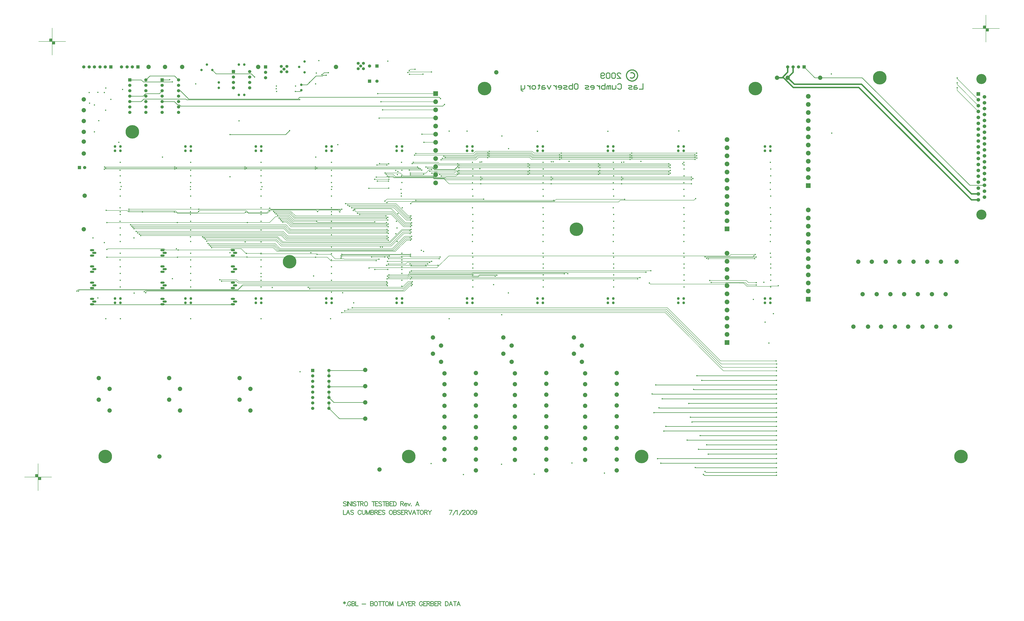
<source format=gbl>
%FSLAX23Y23*%
%MOIN*%
G70*
G01*
G75*
G04 Layer_Physical_Order=7*
G04 Layer_Color=16711680*
%ADD10C,0.005*%
%ADD11O,0.087X0.024*%
%ADD12R,0.050X0.050*%
%ADD13R,0.048X0.078*%
%ADD14R,0.100X0.100*%
%ADD15R,0.085X0.016*%
%ADD16R,0.020X0.709*%
%ADD17R,0.050X0.050*%
%ADD18R,0.035X0.037*%
%ADD19R,0.035X0.037*%
%ADD20O,0.098X0.028*%
%ADD21C,0.010*%
%ADD22C,0.025*%
%ADD23C,0.012*%
%ADD24C,0.008*%
%ADD25C,0.012*%
%ADD26C,0.012*%
%ADD27C,0.080*%
%ADD28C,0.045*%
%ADD29R,0.059X0.059*%
%ADD30C,0.059*%
%ADD31O,0.079X0.039*%
%ADD32O,0.079X0.039*%
%ADD33C,0.087*%
%ADD34R,0.087X0.087*%
%ADD35C,0.050*%
%ADD36R,0.059X0.059*%
%ADD37R,0.059X0.059*%
%ADD38C,0.059*%
%ADD39C,0.047*%
%ADD40C,0.055*%
%ADD41C,0.067*%
%ADD42C,0.067*%
%ADD43R,0.067X0.067*%
%ADD44C,0.187*%
%ADD45C,0.250*%
%ADD46C,0.024*%
%ADD47C,0.050*%
%ADD48C,0.040*%
%ADD49C,0.072*%
%ADD50C,0.055*%
%ADD51C,0.055*%
G04:AMPARAMS|DCode=52|XSize=95.433mil|YSize=95.433mil|CornerRadius=0mil|HoleSize=0mil|Usage=FLASHONLY|Rotation=0.000|XOffset=0mil|YOffset=0mil|HoleType=Round|Shape=Relief|Width=10mil|Gap=10mil|Entries=4|*
%AMTHD52*
7,0,0,0.095,0.075,0.010,45*
%
%ADD52THD52*%
G04:AMPARAMS|DCode=53|XSize=112mil|YSize=112mil|CornerRadius=0mil|HoleSize=0mil|Usage=FLASHONLY|Rotation=0.000|XOffset=0mil|YOffset=0mil|HoleType=Round|Shape=Relief|Width=10mil|Gap=10mil|Entries=4|*
%AMTHD53*
7,0,0,0.112,0.092,0.010,45*
%
%ADD53THD53*%
%ADD54C,0.067*%
G04:AMPARAMS|DCode=55|XSize=85mil|YSize=85mil|CornerRadius=0mil|HoleSize=0mil|Usage=FLASHONLY|Rotation=0.000|XOffset=0mil|YOffset=0mil|HoleType=Round|Shape=Relief|Width=10mil|Gap=10mil|Entries=4|*
%AMTHD55*
7,0,0,0.085,0.065,0.010,45*
%
%ADD55THD55*%
G04:AMPARAMS|DCode=56|XSize=95.433mil|YSize=95.433mil|CornerRadius=0mil|HoleSize=0mil|Usage=FLASHONLY|Rotation=0.000|XOffset=0mil|YOffset=0mil|HoleType=Round|Shape=Relief|Width=10mil|Gap=10mil|Entries=4|*
%AMTHD56*
7,0,0,0.095,0.075,0.010,45*
%
%ADD56THD56*%
%ADD57C,0.048*%
%ADD58C,0.053*%
%ADD59C,0.063*%
%ADD60C,0.063*%
%ADD61C,0.148*%
%ADD62C,0.145*%
%ADD63C,0.030*%
G04:AMPARAMS|DCode=64|XSize=70mil|YSize=70mil|CornerRadius=0mil|HoleSize=0mil|Usage=FLASHONLY|Rotation=0.000|XOffset=0mil|YOffset=0mil|HoleType=Round|Shape=Relief|Width=10mil|Gap=10mil|Entries=4|*
%AMTHD64*
7,0,0,0.070,0.050,0.010,45*
%
%ADD64THD64*%
G04:AMPARAMS|DCode=65|XSize=87.559mil|YSize=87.559mil|CornerRadius=0mil|HoleSize=0mil|Usage=FLASHONLY|Rotation=0.000|XOffset=0mil|YOffset=0mil|HoleType=Round|Shape=Relief|Width=10mil|Gap=10mil|Entries=4|*
%AMTHD65*
7,0,0,0.088,0.068,0.010,45*
%
%ADD65THD65*%
G04:AMPARAMS|DCode=66|XSize=93.465mil|YSize=93.465mil|CornerRadius=0mil|HoleSize=0mil|Usage=FLASHONLY|Rotation=0.000|XOffset=0mil|YOffset=0mil|HoleType=Round|Shape=Relief|Width=10mil|Gap=10mil|Entries=4|*
%AMTHD66*
7,0,0,0.093,0.073,0.010,45*
%
%ADD66THD66*%
G04:AMPARAMS|DCode=67|XSize=102.913mil|YSize=102.913mil|CornerRadius=0mil|HoleSize=0mil|Usage=FLASHONLY|Rotation=0.000|XOffset=0mil|YOffset=0mil|HoleType=Round|Shape=Relief|Width=10mil|Gap=10mil|Entries=4|*
%AMTHD67*
7,0,0,0.103,0.083,0.010,45*
%
%ADD67THD67*%
G04:AMPARAMS|DCode=68|XSize=188.346mil|YSize=188.346mil|CornerRadius=0mil|HoleSize=0mil|Usage=FLASHONLY|Rotation=0.000|XOffset=0mil|YOffset=0mil|HoleType=Round|Shape=Relief|Width=10mil|Gap=10mil|Entries=4|*
%AMTHD68*
7,0,0,0.188,0.168,0.010,45*
%
%ADD68THD68*%
G04:AMPARAMS|DCode=69|XSize=185mil|YSize=185mil|CornerRadius=0mil|HoleSize=0mil|Usage=FLASHONLY|Rotation=0.000|XOffset=0mil|YOffset=0mil|HoleType=Round|Shape=Relief|Width=10mil|Gap=10mil|Entries=4|*
%AMTHD69*
7,0,0,0.185,0.165,0.010,45*
%
%ADD69THD69*%
%ADD70C,0.020*%
%ADD71C,0.015*%
D10*
X21380Y12487D02*
X22379D01*
X20338Y13529D02*
X21380Y12487D01*
X14408Y13529D02*
X20338D01*
X21401Y12423D02*
X22381D01*
X20326Y13499D02*
X21401Y12423D01*
X14354Y13499D02*
X20326D01*
X12611Y15161D02*
X13021D01*
X11316D02*
X12611D01*
X10018D02*
X11316D01*
X14965Y14294D02*
X15203D01*
X14957Y15168D02*
X14965Y15175D01*
X13907Y15168D02*
X14957D01*
X13891Y15184D02*
X13907Y15168D01*
X15172Y15153D02*
X15181Y15162D01*
X13458Y15153D02*
X15172D01*
X13365Y15246D02*
X13458Y15153D01*
X13198Y15246D02*
X13365D01*
X13458Y15184D02*
X13891D01*
X13372Y15271D02*
X13458Y15184D01*
X13130Y15271D02*
X13372D01*
X13021Y15161D02*
X13130Y15271D01*
X14903Y14526D02*
X15149D01*
X19118Y16227D02*
X20419D01*
X17819D02*
X19118D01*
X16518D02*
X17819D01*
X16145D02*
X16518D01*
X25716Y17606D02*
Y17655D01*
Y17606D02*
X26108Y17214D01*
X25716Y17715D02*
Y17745D01*
Y17715D02*
X26108Y17323D01*
X25716Y17823D02*
Y17835D01*
Y17823D02*
X26108Y17431D01*
X21346Y12606D02*
X22375D01*
X21359Y12550D02*
X22383D01*
X20350Y13559D02*
X21359Y12550D01*
X14472Y13559D02*
X20350D01*
X20363Y13589D02*
X21346Y12606D01*
X18219Y15879D02*
X20812D01*
X16333D02*
X18219D01*
X15222Y16003D02*
X15224Y16002D01*
X14990Y16003D02*
X15222D01*
X14086Y14523D02*
X14156Y14453D01*
X13870Y14523D02*
X14086D01*
X14176Y14458D02*
X14991D01*
X14171Y14453D02*
X14176Y14458D01*
X14156Y14453D02*
X14171D01*
X13109Y14750D02*
X13204Y14655D01*
X11908Y14750D02*
X13109D01*
X11908Y14750D02*
X11908Y14750D01*
X13099Y14725D02*
X13178Y14646D01*
X11929Y14725D02*
X13099D01*
X11951Y14700D02*
X13089D01*
X13160Y14629D01*
X15038Y14486D02*
X15040Y14485D01*
X14401Y14486D02*
X15038D01*
X14231Y14491D02*
X14395D01*
X14401Y14486D01*
X12314Y14678D02*
X12497D01*
X12583Y14591D01*
X12595D01*
X12293Y14657D02*
X12314Y14678D01*
X11335Y14657D02*
X12293D01*
X12879Y14586D02*
X13884D01*
X10017Y14666D02*
X10031Y14680D01*
X11002D01*
X11075Y14678D02*
X11096Y14657D01*
X11002Y14680D02*
X11005Y14678D01*
X11075D01*
X11096Y14657D02*
X11335D01*
X12843Y14591D02*
X12856Y14578D01*
X12595Y14591D02*
X12843D01*
X12856Y14578D02*
X12871D01*
X12879Y14586D01*
X13884D02*
X13896Y14574D01*
X16865Y16389D02*
X17834D01*
X16176Y17454D02*
X16177Y17452D01*
X19709Y16354D02*
X20910D01*
X18410D02*
X19709D01*
X17869D02*
X18410D01*
X16828Y16479D02*
X17871D01*
X16839Y16452D02*
X17049D01*
X16848Y16432D02*
X17851D01*
X16858Y16408D02*
X17049D01*
X16876Y16364D02*
X17823D01*
X16493Y16250D02*
X17794D01*
X16493Y16202D02*
X17794D01*
X16518Y16177D02*
X17744D01*
X16518Y16127D02*
X17819D01*
X16493Y16103D02*
X17794D01*
X16518Y16077D02*
X17819D01*
X16493Y16052D02*
X20393D01*
X16920Y16002D02*
X18221D01*
X16945Y15977D02*
X18246D01*
X16273Y15952D02*
X18219D01*
X15724Y15572D02*
X18272D01*
X15207Y15552D02*
X18226D01*
X15656Y15543D02*
X19465D01*
X15722Y16438D02*
X16787D01*
X15696Y16410D02*
X16798D01*
X16154Y16250D02*
X16493D01*
X16131Y16274D02*
X16154Y16250D01*
X15674Y16274D02*
X16131D01*
X16121Y16251D02*
X16145Y16227D01*
X15653Y16251D02*
X16121D01*
X16068Y16145D02*
X16437D01*
X16064Y16136D02*
X16440D01*
X15977Y16111D02*
X16437D01*
X16126Y16078D02*
X16434D01*
X16109Y16095D02*
X16126Y16078D01*
X16068Y16095D02*
X16109D01*
X16050Y16077D02*
X16068Y16095D01*
X16068Y15995D02*
X16271D01*
X16037Y16026D02*
X16068Y15995D01*
X15347Y16008D02*
X16042D01*
X16059Y15991D01*
Y15991D02*
Y15991D01*
Y15991D02*
X16064Y15986D01*
X16268D01*
X16244Y15968D02*
X16333Y15879D01*
X16057Y15968D02*
X16244D01*
X16041Y15984D02*
X16057Y15968D01*
X16041Y15984D02*
Y15984D01*
X16035Y15990D02*
X16041Y15984D01*
X16191Y16023D02*
X16465D01*
X19677Y16373D02*
X20876D01*
X18376D02*
X19677D01*
X17876D02*
X18376D01*
X17049Y16408D02*
X17841D01*
X11299Y16170D02*
X15778D01*
X9970Y16152D02*
X15800D01*
X15486Y16026D02*
X16037D01*
X15313Y15990D02*
X16035D01*
X15188Y15595D02*
X16867D01*
X15627Y15514D02*
X15656Y15543D01*
X20017Y14271D02*
X20060D01*
X15638D02*
X20017D01*
X15637Y14269D02*
X15638Y14271D01*
X15606Y14246D02*
X19971D01*
X20052Y14027D02*
X20368D01*
X20035Y14044D02*
X20052Y14027D01*
X21174Y14057D02*
X21691D01*
X21147Y14091D02*
X21824D01*
X20368Y14027D02*
X21429D01*
X21446Y14044D01*
X12604Y14524D02*
X12606Y14523D01*
X11321Y14524D02*
X12604D01*
X11319Y14523D02*
X11321Y14524D01*
X10016Y14523D02*
X11319D01*
X12606D02*
X13870D01*
X13326Y14837D02*
X15215D01*
X13336Y14861D02*
X15191D01*
X13347Y14886D02*
X15214D01*
X13358Y14912D02*
X15191D01*
X13378Y14962D02*
X15214D01*
X13388Y14986D02*
X15191D01*
X13399Y15011D02*
X15212D01*
X13408Y15035D02*
X15189D01*
X13323Y15121D02*
X13408Y15035D01*
X13240Y14923D02*
X13326Y14837D01*
X13250Y14947D02*
X13336Y14861D01*
X13261Y14972D02*
X13347Y14886D01*
X13272Y14998D02*
X13358Y14912D01*
X13292Y15048D02*
X13378Y14962D01*
X13302Y15072D02*
X13388Y14986D01*
X13313Y15097D02*
X13399Y15011D01*
X10453Y15121D02*
X13323D01*
X10476Y15097D02*
X13313D01*
X10497Y15072D02*
X13302D01*
X10517Y15048D02*
X13292D01*
X10557Y14998D02*
X13272D01*
X10616Y14947D02*
X13250D01*
X10641Y14923D02*
X13240D01*
X10585Y14972D02*
X13261D01*
X13418Y15087D02*
X15212D01*
X13428Y15111D02*
X15186D01*
X13439Y15137D02*
X15212D01*
X13469Y15210D02*
X15205D01*
X13480Y15238D02*
X15179D01*
X13490Y15260D02*
X15203D01*
X13500Y15284D02*
X15172D01*
X13415Y15368D02*
X13500Y15284D01*
X13355Y15221D02*
X13439Y15137D01*
X13334Y15171D02*
X13418Y15087D01*
X13344Y15195D02*
X13428Y15111D01*
X13385Y15294D02*
X13469Y15210D01*
X13396Y15322D02*
X13480Y15238D01*
X13406Y15344D02*
X13490Y15260D01*
X13094Y15368D02*
X13415D01*
X13141Y15322D02*
X13396D01*
X13233Y15195D02*
X13238D01*
X13264Y15171D02*
X13334D01*
X13238Y15195D02*
X13344D01*
X13219Y15221D02*
X13355D01*
X13193Y15246D02*
X13198D01*
X13163Y15294D02*
X13168D01*
X13385D01*
X13115Y15344D02*
X13406D01*
X15497Y15086D02*
X15625D01*
X15507Y15110D02*
X15644D01*
X15517Y15135D02*
X15628D01*
X15528Y15160D02*
X15644D01*
X15548Y15210D02*
X15623D01*
X15559Y15236D02*
X15637D01*
X15569Y15260D02*
X15618D01*
X15580Y15286D02*
X15632D01*
X15271Y15313D02*
X15497Y15086D01*
X15291Y15361D02*
X15517Y15135D01*
X15322Y15436D02*
X15548Y15210D01*
X15280Y15336D02*
X15507Y15110D01*
X15333Y15463D02*
X15559Y15236D01*
X15343Y15486D02*
X15569Y15260D01*
X15354Y15513D02*
X15580Y15286D01*
X14538Y15436D02*
X15322D01*
X14684Y15313D02*
X15271D01*
X14613Y15361D02*
X15291D01*
X14644Y15336D02*
X15280D01*
X14424Y15513D02*
X15354D01*
X15466Y15035D02*
X15634D01*
X15474Y15015D02*
X15613D01*
X15486Y14985D02*
X15634D01*
X15497Y14960D02*
X15618D01*
X15517Y14910D02*
X15644D01*
X15287Y14680D02*
X15517Y14910D01*
X15256Y14755D02*
X15486Y14985D01*
X15267Y14730D02*
X15497Y14960D01*
X15236Y14805D02*
X15466Y15035D01*
X15244Y14785D02*
X15474Y15015D01*
X13246Y14755D02*
X15256D01*
X13266Y14805D02*
X15236D01*
X13258Y14785D02*
X15244D01*
X13120Y14775D02*
X13215Y14680D01*
X13151Y14850D02*
X13246Y14755D01*
X13140Y14825D02*
X13235Y14730D01*
X13171Y14900D02*
X13266Y14805D01*
X13163Y14880D02*
X13258Y14785D01*
X12163Y14880D02*
X13163D01*
X11783Y14900D02*
X11783Y14900D01*
X11809Y14880D02*
X12163D01*
X11833Y14855D02*
X11839Y14850D01*
X11861Y14820D02*
X11866Y14825D01*
X11783Y14900D02*
X13171D01*
X11839Y14850D02*
X13151D01*
X11866Y14825D02*
X13140D01*
X11884Y14775D02*
X13120D01*
X15800Y16152D02*
X15804Y16155D01*
X9969Y16150D02*
X9970Y16152D01*
X9993Y16170D02*
X11299D01*
X15579Y14071D02*
X15657D01*
X15590Y14046D02*
X15637D01*
X15600Y14021D02*
X15657D01*
X15611Y13995D02*
X15639D01*
X15483Y13940D02*
X15590Y14046D01*
X15473Y13965D02*
X15579Y14071D01*
X15484Y13905D02*
X15600Y14021D01*
X15510Y13894D02*
X15611Y13995D01*
X12403Y14080D02*
X12439Y14045D01*
X12414Y14106D02*
X12449Y14071D01*
X12134Y14080D02*
X12403D01*
X12099Y14106D02*
X12414D01*
X12094Y14101D02*
X12099Y14106D01*
X10708Y13885D02*
X10729Y13905D01*
X10733Y13874D02*
X10753Y13894D01*
X10733Y13865D02*
Y13874D01*
X9464Y13895D02*
Y13900D01*
X9498Y13905D02*
Y13915D01*
X9493Y13900D02*
X9498Y13905D01*
X9488Y13895D02*
X9493D01*
Y13900D01*
X15605Y14564D02*
X15623Y14545D01*
X14368D02*
X15229D01*
X14333Y14510D02*
X14339D01*
X10424Y15380D02*
X11283D01*
X11321Y15343D02*
X11686D01*
X11733Y15390D01*
X12583D01*
X12631Y15343D01*
X11283Y15380D02*
X11321Y15343D01*
X13014Y15385D02*
X13029Y15401D01*
X14313D01*
X14287Y15392D02*
X14318Y15360D01*
X13908Y15365D02*
X13935Y15392D01*
X14287D01*
X12971Y15343D02*
X13014Y15385D01*
X12631Y15343D02*
X12971D01*
X14313Y15401D02*
X14323Y15390D01*
X13882Y15392D02*
X13908Y15365D01*
X13046Y15392D02*
X13882D01*
X13020Y15366D02*
X13021D01*
X13046Y15392D01*
X12606Y15355D02*
X12627Y15334D01*
X12987D02*
X13020Y15366D01*
X12627Y15334D02*
X12987D01*
X12578Y15355D02*
X12606D01*
X12557Y15334D02*
X12578Y15355D01*
X11301Y15350D02*
X11317Y15334D01*
X11274Y15350D02*
X11301D01*
X10417Y15360D02*
X11264D01*
X10391Y15386D02*
X10417Y15360D01*
X10007Y15386D02*
X10391D01*
X10003Y15390D02*
X10007Y15386D01*
X11264Y15360D02*
X11274Y15350D01*
X14333Y14510D02*
X14368Y14545D01*
X11317Y15334D02*
X12557D01*
X13043Y15410D02*
X14354D01*
X13024Y15430D02*
X13043Y15410D01*
X13003D02*
X13024Y15430D01*
X10424Y15410D02*
X11714D01*
X13003D01*
X17841Y16408D02*
X17876Y16373D01*
X17871Y16479D02*
X17906Y16444D01*
X17860Y16452D02*
X17895Y16417D01*
X17851Y16432D02*
X17886Y16397D01*
X17834Y16389D02*
X17869Y16354D01*
X17823Y16364D02*
X17858Y16329D01*
X20875Y16417D02*
X20875D01*
X17744Y16177D02*
X17744Y16177D01*
X17744Y16177D02*
X17819D01*
X19119D01*
X20418D01*
X15224Y16002D02*
X15302D01*
X15193Y16023D02*
X15302D01*
X15175Y16054D02*
X15302D01*
X16271Y15995D02*
X16278Y16002D01*
X15433Y16079D02*
X15486Y16026D01*
X15153Y16079D02*
X15433D01*
X16278Y16002D02*
X16920D01*
X18221D02*
X19521D01*
X20812D01*
X16268Y15986D02*
X16278Y15977D01*
X15302Y16054D02*
X15347Y16008D01*
X16278Y15977D02*
X16945D01*
X18246D02*
X19545D01*
X20837D01*
X16247Y15977D02*
X16273Y15952D01*
X16060Y15977D02*
X16247D01*
X16050Y15988D02*
X16060Y15977D01*
X16039Y15999D02*
X16050Y15988D01*
X15325Y15999D02*
X16039D01*
X15302Y16023D02*
X15325Y15999D01*
X15302Y16002D02*
X15313Y15990D01*
X20810Y15951D02*
X20812Y15953D01*
X18219Y15951D02*
X20810D01*
X15198Y14522D02*
X15438D01*
X16171Y14526D02*
X16173Y14525D01*
X16162Y14495D02*
Y14496D01*
X15196Y14445D02*
X16015D01*
X15215Y14397D02*
X15533D01*
X15564Y14428D01*
X15613Y14398D02*
X15939D01*
X15637Y14372D02*
X15908D01*
X16025Y16188D02*
X16068Y16145D01*
X16437D02*
X16493Y16202D01*
X17794D02*
X19094D01*
X20393D01*
X20394D01*
X16481Y16177D02*
X16518D01*
X16059Y16141D02*
X16064Y16136D01*
X16059Y16141D02*
Y16141D01*
X16036Y16164D02*
X16059Y16141D01*
X16440Y16136D02*
X16481Y16177D01*
X16452Y16127D02*
X16518D01*
X16437Y16111D02*
X16452Y16127D01*
X17819D02*
X19118D01*
X20419D01*
X16458Y16103D02*
X16493D01*
X16434Y16078D02*
X16458Y16103D01*
X17794D02*
X19094D01*
X20393D01*
X16492Y16077D02*
X16518D01*
X16467Y16052D02*
X16492Y16077D01*
X17819D02*
X19118D01*
X20419D01*
X20419D01*
X16465Y16023D02*
X16493Y16052D01*
X16160D02*
X16467D01*
X16017Y16077D02*
X16050D01*
X15564Y14428D02*
X15976D01*
X15939Y16164D02*
X16036D01*
X15908Y16188D02*
X16025D01*
X16868Y15594D02*
X16975D01*
X16867Y15595D02*
X16868Y15594D01*
X18315Y15593D02*
X19577D01*
X18292Y15571D02*
X18315Y15593D01*
X18227Y15554D02*
X18280D01*
X18226Y15552D02*
X18227Y15554D01*
X18292Y15566D02*
Y15571D01*
X18280Y15554D02*
X18292Y15566D01*
X20857Y15575D02*
X20886Y15604D01*
X19496Y15575D02*
X20857D01*
X19465Y15543D02*
X19496Y15575D01*
X15151Y15558D02*
X15188Y15595D01*
X15186Y15531D02*
X15207Y15552D01*
X15627Y15513D02*
Y15514D01*
Y15511D02*
Y15513D01*
X15722Y15568D02*
Y15569D01*
Y15571D01*
Y15569D02*
X15724Y15572D01*
X15224Y14197D02*
X15576D01*
X15602Y14223D01*
X16760D01*
X15196Y14173D02*
X15571D01*
X15604Y14206D02*
X16755D01*
X15571Y14173D02*
X15604Y14206D01*
X15222Y14146D02*
X15571D01*
X15616Y14191D02*
X16753D01*
X15571Y14146D02*
X15616Y14191D01*
X15191Y14121D02*
X15576D01*
X15623Y14167D01*
X16764D01*
X15642Y14146D02*
X19860D01*
X15616Y14121D02*
X19817D01*
X16755Y14206D02*
X16764Y14215D01*
X16753Y14191D02*
X16768Y14176D01*
X16764Y14167D02*
X16771Y14160D01*
X16760Y14223D02*
X16770Y14233D01*
X16895Y14180D02*
X17063D01*
X18511Y14233D02*
X18527Y14218D01*
X16770Y14233D02*
X18511D01*
X16764Y14215D02*
X18465D01*
X17216Y14187D02*
Y14189D01*
X17208Y14196D02*
X17216Y14187D01*
X16877Y14176D02*
X16897Y14196D01*
X16768Y14176D02*
X16877D01*
X16897Y14196D02*
X17208D01*
X16875Y14160D02*
X16895Y14180D01*
X16771Y14160D02*
X16875D01*
X17178Y14180D02*
X17188Y14171D01*
X17063Y14180D02*
X17178D01*
X15630Y14354D02*
X15916D01*
X15181Y14372D02*
X15611D01*
X15935D02*
X16131D01*
X15916Y14354D02*
X15935Y14372D01*
X15611D02*
X15630Y14354D01*
X17886Y16397D02*
X20907D01*
X17858Y16329D02*
X20878D01*
X16787Y16438D02*
X16828Y16479D01*
X16835Y16322D02*
X16876Y16364D01*
X16824Y16348D02*
X16865Y16389D01*
X16816Y16367D02*
X16858Y16408D01*
X16806Y16390D02*
X16848Y16432D01*
X16798Y16410D02*
X16839Y16452D01*
X16188Y16322D02*
X16835D01*
X16211Y16348D02*
X16824D01*
X16264Y16367D02*
X16816D01*
X16236Y16390D02*
X16806D01*
X22257Y13981D02*
X22266Y13990D01*
X21836Y13981D02*
X22257D01*
X22407Y13990D02*
X22414Y13997D01*
X22266Y13990D02*
X22407D01*
X21848Y14010D02*
X22006D01*
X21864Y14051D02*
X22007D01*
X21824Y14091D02*
X21864Y14051D01*
X21446Y14044D02*
X21773D01*
X21836Y13981D01*
X21695Y14053D02*
X21805D01*
X21691Y14057D02*
X21695Y14053D01*
X21805D02*
X21848Y14010D01*
X17049Y16452D02*
X17860D01*
X17895Y16417D02*
X18375D01*
X19676D01*
X20875D01*
X15720Y16438D02*
X15722D01*
X17906Y16444D02*
X18406D01*
X19706D01*
X20906D01*
X17794Y16250D02*
X19094D01*
X20393D01*
X20760Y11818D02*
X20764Y11822D01*
X20791Y11565D02*
X20792Y11567D01*
X20820Y11475D02*
X20827Y11482D01*
X20851Y12080D02*
X20854Y12077D01*
X21090Y11056D02*
X21091Y11057D01*
X21121Y10882D02*
X21125Y10887D01*
X20881Y10634D02*
X20882Y10632D01*
X21060Y10561D02*
X21074Y10547D01*
X15575Y17935D02*
X15583Y17944D01*
X16011D01*
X15604Y17903D02*
X15851D01*
X15854Y17906D01*
X15602Y17973D02*
X15623Y17994D01*
X15705D01*
X15707Y17995D01*
X15620Y16077D02*
X15906D01*
X15969Y16141D01*
X16014D01*
X15602Y16133D02*
X15832D01*
X15835Y16797D02*
X16087D01*
X16088Y16795D01*
X15622Y16045D02*
X15858D01*
X15868Y16054D01*
X15870Y16647D02*
X16087D01*
X16088Y16645D01*
X14962Y15962D02*
X15223D01*
X15014Y15928D02*
X15217D01*
X15012Y15930D02*
X15014Y15928D01*
X15052Y16249D02*
X15219D01*
X15050Y16251D02*
X15052Y16249D01*
X15003Y16227D02*
X15186D01*
X15049Y17095D02*
X16088D01*
X15045Y17092D02*
X15049Y17095D01*
X15106Y17245D02*
X16088D01*
X15106Y17246D02*
X15106Y17245D01*
X15076Y17395D02*
X16088D01*
X15016Y17545D02*
X16088D01*
X21541Y14571D02*
X21986D01*
X21514Y14544D02*
X21541Y14571D01*
X15217Y14496D02*
X16162D01*
X15438Y14522D02*
X15456Y14540D01*
X13235Y14730D02*
X15267D01*
X14339Y14545D02*
X14350D01*
X14368Y14564D01*
X13215Y14680D02*
X15287D01*
X13896Y14574D02*
X14148D01*
X14231Y14491D01*
X15528Y14885D02*
X15618D01*
X15538Y14860D02*
X15639D01*
X13204Y14655D02*
X15298D01*
X15528Y14885D01*
X13178Y14646D02*
X15324D01*
X15538Y14860D01*
X13160Y14629D02*
X15342D01*
X15549Y14835D02*
X15623D01*
X15342Y14629D02*
X15549Y14835D01*
X14354Y14575D02*
X15623D01*
X14368Y14564D02*
X15605D01*
X15616Y14526D02*
X16171D01*
X15456Y14540D02*
X15603D01*
X15616Y14526D01*
X14860Y14328D02*
X16112D01*
X14856Y14323D02*
X14860Y14328D01*
X14854Y15797D02*
X15217D01*
X15219Y15799D01*
X21068Y14547D02*
X21071Y14544D01*
X21514D01*
X16112Y14328D02*
X16332Y14547D01*
X21068D01*
X21060Y14529D02*
X21948D01*
X21965Y14546D01*
X21997Y14520D02*
X22003Y14526D01*
X21997Y14520D02*
X22003Y14526D01*
X21108Y14520D02*
X21997D01*
X21090Y14502D02*
X21108Y14520D01*
X21124Y14496D02*
X21976D01*
X21121Y14493D02*
X21124Y14496D01*
X9974Y16190D02*
X15753D01*
X14464Y15486D02*
X15343D01*
X14493Y15463D02*
X15333D01*
X14593Y15382D02*
X14613Y15361D01*
X14593Y15382D02*
Y15402D01*
X14574Y15409D02*
X14585Y15420D01*
X14568Y15386D02*
X14574Y15392D01*
Y15409D01*
X14585Y15420D02*
X15267D01*
X15528Y15160D01*
X12449Y14071D02*
X15185D01*
X12439Y14045D02*
X15198D01*
X10753Y13894D02*
X15510D01*
X12531Y14020D02*
X15184D01*
X13759Y13940D02*
X15483D01*
X13733Y13965D02*
X15473D01*
X10729Y13905D02*
X15484D01*
X9464Y13900D02*
X9488Y13925D01*
X9498D01*
X12436D01*
X9498Y13915D02*
X12439D01*
X12519Y13995D01*
X12436Y13925D02*
X12531Y14020D01*
X12519Y13995D02*
X15198D01*
X14547Y13589D02*
X20363D01*
X14778Y12130D02*
X14788Y12140D01*
D21*
X23962Y17840D02*
X25951Y15851D01*
X26220D01*
X23188Y17840D02*
X23962D01*
X23088D02*
X23188D01*
X22889Y18040D02*
X23088Y17840D01*
X11051Y13645D02*
X12338D01*
X12345Y13652D01*
X11045D02*
X11051Y13645D01*
X9751D02*
X11038D01*
X11045Y13652D01*
X9745D02*
X9751Y13645D01*
X13318Y16788D02*
X13392Y16863D01*
X12292Y16788D02*
X13318D01*
X13757Y17752D02*
X13877Y17873D01*
X13715Y17710D02*
X13757Y17752D01*
X13608Y17710D02*
X13715D01*
X13996Y17873D02*
X14010Y17887D01*
X13877Y17873D02*
X13996D01*
X14010Y17887D02*
X14068D01*
X14026Y17933D02*
X14106D01*
X13988Y17894D02*
X14026Y17933D01*
X13583Y17585D02*
X13608Y17610D01*
X13498Y17585D02*
X13583D01*
X12684Y17912D02*
X12745Y17851D01*
X12032Y17912D02*
X12684D01*
X11964Y17981D02*
X12032Y17912D01*
X16160Y17469D02*
X16176Y17454D01*
X16160Y17469D02*
Y17479D01*
X13557Y17462D02*
X13575Y17479D01*
X13557Y17446D02*
Y17462D01*
X13575Y17479D02*
X16160D01*
X11528Y17446D02*
X13557D01*
X11375Y17600D02*
X11528Y17446D01*
X11339Y17600D02*
X11375D01*
X11354Y17339D02*
X11378Y17315D01*
X16218D01*
X11325Y17339D02*
X11354D01*
X11264Y17400D02*
X11325Y17339D01*
X16218Y17315D02*
X16250Y17347D01*
X11038Y17400D02*
X11264D01*
X13573Y17435D02*
X13576D01*
X13572Y17434D02*
X13573Y17435D01*
X13569Y17432D02*
X13572Y17434D01*
X11490Y17432D02*
X13569D01*
X11488Y17434D02*
X11490Y17432D01*
X11475Y17447D02*
X11488Y17434D01*
X10698Y17447D02*
X11475D01*
X10651Y17400D02*
X10698Y17447D01*
X10439Y17400D02*
X10651D01*
X10731Y17547D02*
X10986D01*
X10700Y17516D02*
X10731Y17547D01*
X10700Y17512D02*
Y17516D01*
X10688Y17500D02*
X10700Y17512D01*
X10986Y17547D02*
X11038Y17600D01*
X10439Y17500D02*
X10688D01*
X10691Y17761D02*
X11226D01*
X10651Y17800D02*
X10691Y17761D01*
X10439Y17800D02*
X10651D01*
X11267Y17872D02*
X11339Y17800D01*
X10811Y17872D02*
X11267D01*
X10738Y17800D02*
X10811Y17872D01*
X21000Y12245D02*
X21003Y12247D01*
X22379D01*
X20910Y12331D02*
X20912Y12332D01*
X22379D01*
X20243Y10716D02*
X20243Y10717D01*
X22379D01*
X20183Y10800D02*
X20184Y10802D01*
X22379D01*
X20302Y11310D02*
X20305Y11312D01*
X22379D01*
X20333Y11393D02*
X20337Y11397D01*
X20333Y11393D02*
X20337Y11397D01*
X22379D01*
X20118Y11650D02*
X20119Y11652D01*
X22379D01*
X20212Y11740D02*
X20215Y11737D01*
X22379D01*
X20272Y11906D02*
X20274Y11907D01*
X22379D01*
X20085Y11994D02*
X20087Y11992D01*
X22379D01*
X20150Y12162D02*
X22379D01*
X20764Y11822D02*
X22379D01*
X20792Y11567D02*
X22379D01*
X20827Y11482D02*
X22379D01*
X20971Y11227D02*
X22379D01*
X20732Y11142D02*
X22379D01*
X20854Y12077D02*
X22379D01*
X21091Y11057D02*
X22379D01*
X20941Y10972D02*
X22379D01*
X21125Y10887D02*
X22379D01*
X20882Y10632D02*
X22379D01*
X21074Y10547D02*
X22379D01*
X21031Y10509D02*
X21049Y10490D01*
X22378D01*
X22381Y10493D01*
X11038Y17800D02*
X11175D01*
X11177Y17802D01*
X14118Y12330D02*
Y12430D01*
X14778D01*
X14788Y12440D01*
X14118Y12130D02*
Y12230D01*
Y12130D02*
X14778D01*
X14118Y11930D02*
Y12030D01*
Y11930D02*
X14208Y11840D01*
X14788D01*
X14118Y11730D02*
Y11830D01*
Y11730D02*
X14309Y11540D01*
X14788D01*
D22*
X22486Y17840D02*
X22588Y17943D01*
X22486Y17840D02*
X22509D01*
X22588Y17943D02*
Y18040D01*
X22389Y17840D02*
X22486D01*
X22688Y17940D02*
Y18040D01*
X22588Y17840D02*
X22688Y17940D01*
X22690Y17659D02*
X23901D01*
X22709Y17719D02*
X23950D01*
X22509Y17840D02*
X22690Y17659D01*
X22588Y17840D02*
X22709Y17719D01*
X23901Y17659D02*
X25979Y15582D01*
X23950Y17719D02*
X25979Y15691D01*
X26108D01*
X25979Y15582D02*
X26108D01*
D23*
X14404Y8158D02*
Y8112D01*
X14384Y8147D02*
X14423Y8124D01*
Y8147D02*
X14384Y8124D01*
X14443Y8086D02*
X14439Y8082D01*
X14443Y8078D01*
X14447Y8082D01*
X14443Y8086D01*
X14521Y8139D02*
X14517Y8147D01*
X14510Y8154D01*
X14502Y8158D01*
X14487D01*
X14479Y8154D01*
X14472Y8147D01*
X14468Y8139D01*
X14464Y8128D01*
Y8108D01*
X14468Y8097D01*
X14472Y8089D01*
X14479Y8082D01*
X14487Y8078D01*
X14502D01*
X14510Y8082D01*
X14517Y8089D01*
X14521Y8097D01*
Y8108D01*
X14502D02*
X14521D01*
X14540Y8158D02*
Y8078D01*
Y8158D02*
X14574D01*
X14585Y8154D01*
X14589Y8150D01*
X14593Y8143D01*
Y8135D01*
X14589Y8128D01*
X14585Y8124D01*
X14574Y8120D01*
X14540D02*
X14574D01*
X14585Y8116D01*
X14589Y8112D01*
X14593Y8105D01*
Y8093D01*
X14589Y8086D01*
X14585Y8082D01*
X14574Y8078D01*
X14540D01*
X14611Y8158D02*
Y8078D01*
X14656D01*
X14728Y8112D02*
X14797D01*
X14883Y8158D02*
Y8078D01*
Y8158D02*
X14917D01*
X14929Y8154D01*
X14933Y8150D01*
X14936Y8143D01*
Y8135D01*
X14933Y8128D01*
X14929Y8124D01*
X14917Y8120D01*
X14883D02*
X14917D01*
X14929Y8116D01*
X14933Y8112D01*
X14936Y8105D01*
Y8093D01*
X14933Y8086D01*
X14929Y8082D01*
X14917Y8078D01*
X14883D01*
X14977Y8158D02*
X14970Y8154D01*
X14962Y8147D01*
X14958Y8139D01*
X14954Y8128D01*
Y8108D01*
X14958Y8097D01*
X14962Y8089D01*
X14970Y8082D01*
X14977Y8078D01*
X14992D01*
X15000Y8082D01*
X15008Y8089D01*
X15011Y8097D01*
X15015Y8108D01*
Y8128D01*
X15011Y8139D01*
X15008Y8147D01*
X15000Y8154D01*
X14992Y8158D01*
X14977D01*
X15061D02*
Y8078D01*
X15034Y8158D02*
X15087D01*
X15123D02*
Y8078D01*
X15097Y8158D02*
X15150D01*
X15182D02*
X15175Y8154D01*
X15167Y8147D01*
X15163Y8139D01*
X15160Y8128D01*
Y8108D01*
X15163Y8097D01*
X15167Y8089D01*
X15175Y8082D01*
X15182Y8078D01*
X15198D01*
X15205Y8082D01*
X15213Y8089D01*
X15217Y8097D01*
X15221Y8108D01*
Y8128D01*
X15217Y8139D01*
X15213Y8147D01*
X15205Y8154D01*
X15198Y8158D01*
X15182D01*
X15239D02*
Y8078D01*
Y8158D02*
X15270Y8078D01*
X15300Y8158D02*
X15270Y8078D01*
X15300Y8158D02*
Y8078D01*
X15386Y8158D02*
Y8078D01*
X15432D01*
X15501D02*
X15471Y8158D01*
X15440Y8078D01*
X15452Y8105D02*
X15490D01*
X15520Y8158D02*
X15550Y8120D01*
Y8078D01*
X15581Y8158D02*
X15550Y8120D01*
X15641Y8158D02*
X15591D01*
Y8078D01*
X15641D01*
X15591Y8120D02*
X15622D01*
X15654Y8158D02*
Y8078D01*
Y8158D02*
X15688D01*
X15700Y8154D01*
X15703Y8150D01*
X15707Y8143D01*
Y8135D01*
X15703Y8128D01*
X15700Y8124D01*
X15688Y8120D01*
X15654D01*
X15681D02*
X15707Y8078D01*
X15845Y8139D02*
X15841Y8147D01*
X15834Y8154D01*
X15826Y8158D01*
X15811D01*
X15803Y8154D01*
X15796Y8147D01*
X15792Y8139D01*
X15788Y8128D01*
Y8108D01*
X15792Y8097D01*
X15796Y8089D01*
X15803Y8082D01*
X15811Y8078D01*
X15826D01*
X15834Y8082D01*
X15841Y8089D01*
X15845Y8097D01*
Y8108D01*
X15826D02*
X15845D01*
X15913Y8158D02*
X15863D01*
Y8078D01*
X15913D01*
X15863Y8120D02*
X15894D01*
X15926Y8158D02*
Y8078D01*
Y8158D02*
X15961D01*
X15972Y8154D01*
X15976Y8150D01*
X15980Y8143D01*
Y8135D01*
X15976Y8128D01*
X15972Y8124D01*
X15961Y8120D01*
X15926D01*
X15953D02*
X15980Y8078D01*
X15997Y8158D02*
Y8078D01*
Y8158D02*
X16032D01*
X16043Y8154D01*
X16047Y8150D01*
X16051Y8143D01*
Y8135D01*
X16047Y8128D01*
X16043Y8124D01*
X16032Y8120D01*
X15997D02*
X16032D01*
X16043Y8116D01*
X16047Y8112D01*
X16051Y8105D01*
Y8093D01*
X16047Y8086D01*
X16043Y8082D01*
X16032Y8078D01*
X15997D01*
X16118Y8158D02*
X16069D01*
Y8078D01*
X16118D01*
X16069Y8120D02*
X16099D01*
X16132Y8158D02*
Y8078D01*
Y8158D02*
X16166D01*
X16177Y8154D01*
X16181Y8150D01*
X16185Y8143D01*
Y8135D01*
X16181Y8128D01*
X16177Y8124D01*
X16166Y8120D01*
X16132D01*
X16158D02*
X16185Y8078D01*
X16266Y8158D02*
Y8078D01*
Y8158D02*
X16292D01*
X16304Y8154D01*
X16311Y8147D01*
X16315Y8139D01*
X16319Y8128D01*
Y8108D01*
X16315Y8097D01*
X16311Y8089D01*
X16304Y8082D01*
X16292Y8078D01*
X16266D01*
X16398D02*
X16367Y8158D01*
X16337Y8078D01*
X16348Y8105D02*
X16386D01*
X16443Y8158D02*
Y8078D01*
X16416Y8158D02*
X16470D01*
X16540Y8078D02*
X16510Y8158D01*
X16479Y8078D01*
X16491Y8105D02*
X16529D01*
D24*
X26218Y18775D02*
X26228D01*
X26218Y18770D02*
Y18780D01*
Y18770D02*
X26228D01*
Y18780D01*
X26218D02*
X26228D01*
X26212Y18765D02*
Y18780D01*
Y18765D02*
X26233D01*
Y18785D01*
X26212D02*
X26233D01*
X26208Y18760D02*
Y18785D01*
Y18760D02*
X26237D01*
Y18790D01*
X26208D02*
X26237D01*
X26202Y18755D02*
Y18795D01*
Y18755D02*
X26243D01*
Y18795D01*
X26202D02*
X26243D01*
X26267Y18725D02*
X26278D01*
X26267Y18720D02*
Y18730D01*
Y18720D02*
X26278D01*
Y18730D01*
X26267D02*
X26278D01*
X26263Y18715D02*
Y18730D01*
Y18715D02*
X26282D01*
Y18735D01*
X26263D02*
X26282D01*
X26257Y18710D02*
Y18735D01*
Y18710D02*
X26288D01*
Y18740D01*
X26257D02*
X26288D01*
X26253Y18705D02*
Y18745D01*
Y18705D02*
X26292D01*
Y18745D01*
X26253D02*
X26292D01*
X26247Y18700D02*
X26298D01*
Y18750D01*
X26198Y18800D02*
X26247D01*
X26198Y18750D02*
Y18800D01*
X26247Y18500D02*
Y19000D01*
X25997Y18750D02*
X26497D01*
X8976Y18534D02*
X8986D01*
X8976Y18529D02*
Y18539D01*
Y18529D02*
X8986D01*
Y18539D01*
X8976D02*
X8986D01*
X8972Y18524D02*
Y18539D01*
Y18524D02*
X8991D01*
Y18544D01*
X8972D02*
X8991D01*
X8967Y18519D02*
Y18544D01*
Y18519D02*
X8997D01*
Y18549D01*
X8967D02*
X8997D01*
X8962Y18514D02*
Y18554D01*
Y18514D02*
X9002D01*
Y18554D01*
X8962D02*
X9002D01*
X9026Y18484D02*
X9036D01*
X9026Y18479D02*
Y18489D01*
Y18479D02*
X9036D01*
Y18489D01*
X9026D02*
X9036D01*
X9021Y18474D02*
Y18489D01*
Y18474D02*
X9042D01*
Y18494D01*
X9021D02*
X9042D01*
X9017Y18469D02*
Y18494D01*
Y18469D02*
X9047D01*
Y18499D01*
X9017D02*
X9047D01*
X9012Y18464D02*
Y18504D01*
Y18464D02*
X9052D01*
Y18504D01*
X9012D02*
X9052D01*
X9007Y18459D02*
X9057D01*
Y18509D01*
X8957Y18559D02*
X9007D01*
X8957Y18509D02*
Y18559D01*
X9007Y18259D02*
Y18759D01*
X8757Y18509D02*
X9257D01*
X8719Y10485D02*
X8729D01*
X8719Y10480D02*
Y10490D01*
Y10480D02*
X8729D01*
Y10490D01*
X8719D02*
X8729D01*
X8714Y10475D02*
Y10490D01*
Y10475D02*
X8733D01*
Y10495D01*
X8714D02*
X8733D01*
X8708Y10470D02*
Y10495D01*
Y10470D02*
X8738D01*
Y10500D01*
X8708D02*
X8738D01*
X8703Y10465D02*
Y10505D01*
Y10465D02*
X8743D01*
Y10505D01*
X8703D02*
X8743D01*
X8769Y10435D02*
X8778D01*
X8769Y10430D02*
Y10440D01*
Y10430D02*
X8778D01*
Y10440D01*
X8769D02*
X8778D01*
X8764Y10425D02*
Y10440D01*
Y10425D02*
X8783D01*
Y10445D01*
X8764D02*
X8783D01*
X8759Y10420D02*
Y10445D01*
Y10420D02*
X8788D01*
Y10450D01*
X8759D02*
X8788D01*
X8753Y10415D02*
Y10455D01*
Y10415D02*
X8793D01*
Y10455D01*
X8753D02*
X8793D01*
X8748Y10410D02*
X8799D01*
Y10460D01*
X8698Y10510D02*
X8748D01*
X8698Y10460D02*
Y10510D01*
X8748Y10210D02*
Y10710D01*
X8498Y10460D02*
X8998D01*
D25*
X14384Y9847D02*
Y9767D01*
X14430D01*
X14500D02*
X14469Y9847D01*
X14439Y9767D01*
X14450Y9794D02*
X14488D01*
X14572Y9836D02*
X14564Y9843D01*
X14553Y9847D01*
X14538D01*
X14526Y9843D01*
X14519Y9836D01*
Y9828D01*
X14522Y9821D01*
X14526Y9817D01*
X14534Y9813D01*
X14557Y9805D01*
X14564Y9802D01*
X14568Y9798D01*
X14572Y9790D01*
Y9779D01*
X14564Y9771D01*
X14553Y9767D01*
X14538D01*
X14526Y9771D01*
X14519Y9779D01*
X14710Y9828D02*
X14706Y9836D01*
X14698Y9843D01*
X14691Y9847D01*
X14675D01*
X14668Y9843D01*
X14660Y9836D01*
X14656Y9828D01*
X14653Y9817D01*
Y9798D01*
X14656Y9786D01*
X14660Y9779D01*
X14668Y9771D01*
X14675Y9767D01*
X14691D01*
X14698Y9771D01*
X14706Y9779D01*
X14710Y9786D01*
X14732Y9847D02*
Y9790D01*
X14736Y9779D01*
X14744Y9771D01*
X14755Y9767D01*
X14763D01*
X14774Y9771D01*
X14782Y9779D01*
X14786Y9790D01*
Y9847D01*
X14808D02*
Y9767D01*
Y9847D02*
X14838Y9767D01*
X14869Y9847D02*
X14838Y9767D01*
X14869Y9847D02*
Y9767D01*
X14891Y9847D02*
Y9767D01*
Y9847D02*
X14926D01*
X14937Y9843D01*
X14941Y9840D01*
X14945Y9832D01*
Y9824D01*
X14941Y9817D01*
X14937Y9813D01*
X14926Y9809D01*
X14891D02*
X14926D01*
X14937Y9805D01*
X14941Y9802D01*
X14945Y9794D01*
Y9782D01*
X14941Y9775D01*
X14937Y9771D01*
X14926Y9767D01*
X14891D01*
X14963Y9847D02*
Y9767D01*
Y9847D02*
X14997D01*
X15008Y9843D01*
X15012Y9840D01*
X15016Y9832D01*
Y9824D01*
X15012Y9817D01*
X15008Y9813D01*
X14997Y9809D01*
X14963D01*
X14989D02*
X15016Y9767D01*
X15083Y9847D02*
X15034D01*
Y9767D01*
X15083D01*
X15034Y9809D02*
X15064D01*
X15150Y9836D02*
X15142Y9843D01*
X15131Y9847D01*
X15116D01*
X15104Y9843D01*
X15097Y9836D01*
Y9828D01*
X15101Y9821D01*
X15104Y9817D01*
X15112Y9813D01*
X15135Y9805D01*
X15142Y9802D01*
X15146Y9798D01*
X15150Y9790D01*
Y9779D01*
X15142Y9771D01*
X15131Y9767D01*
X15116D01*
X15104Y9771D01*
X15097Y9779D01*
X15254Y9847D02*
X15246Y9843D01*
X15238Y9836D01*
X15235Y9828D01*
X15231Y9817D01*
Y9798D01*
X15235Y9786D01*
X15238Y9779D01*
X15246Y9771D01*
X15254Y9767D01*
X15269D01*
X15276Y9771D01*
X15284Y9779D01*
X15288Y9786D01*
X15292Y9798D01*
Y9817D01*
X15288Y9828D01*
X15284Y9836D01*
X15276Y9843D01*
X15269Y9847D01*
X15254D01*
X15310D02*
Y9767D01*
Y9847D02*
X15345D01*
X15356Y9843D01*
X15360Y9840D01*
X15364Y9832D01*
Y9824D01*
X15360Y9817D01*
X15356Y9813D01*
X15345Y9809D01*
X15310D02*
X15345D01*
X15356Y9805D01*
X15360Y9802D01*
X15364Y9794D01*
Y9782D01*
X15360Y9775D01*
X15356Y9771D01*
X15345Y9767D01*
X15310D01*
X15435Y9836D02*
X15427Y9843D01*
X15416Y9847D01*
X15401D01*
X15389Y9843D01*
X15382Y9836D01*
Y9828D01*
X15385Y9821D01*
X15389Y9817D01*
X15397Y9813D01*
X15420Y9805D01*
X15427Y9802D01*
X15431Y9798D01*
X15435Y9790D01*
Y9779D01*
X15427Y9771D01*
X15416Y9767D01*
X15401D01*
X15389Y9771D01*
X15382Y9779D01*
X15502Y9847D02*
X15453D01*
Y9767D01*
X15502D01*
X15453Y9809D02*
X15483D01*
X15516Y9847D02*
Y9767D01*
Y9847D02*
X15550D01*
X15561Y9843D01*
X15565Y9840D01*
X15569Y9832D01*
Y9824D01*
X15565Y9817D01*
X15561Y9813D01*
X15550Y9809D01*
X15516D01*
X15542D02*
X15569Y9767D01*
X15587Y9847D02*
X15617Y9767D01*
X15648Y9847D02*
X15617Y9767D01*
X15719D02*
X15689Y9847D01*
X15658Y9767D01*
X15670Y9794D02*
X15708D01*
X15764Y9847D02*
Y9767D01*
X15738Y9847D02*
X15791D01*
X15823D02*
X15816Y9843D01*
X15808Y9836D01*
X15804Y9828D01*
X15801Y9817D01*
Y9798D01*
X15804Y9786D01*
X15808Y9779D01*
X15816Y9771D01*
X15823Y9767D01*
X15839D01*
X15846Y9771D01*
X15854Y9779D01*
X15858Y9786D01*
X15862Y9798D01*
Y9817D01*
X15858Y9828D01*
X15854Y9836D01*
X15846Y9843D01*
X15839Y9847D01*
X15823D01*
X15880D02*
Y9767D01*
Y9847D02*
X15914D01*
X15926Y9843D01*
X15930Y9840D01*
X15934Y9832D01*
Y9824D01*
X15930Y9817D01*
X15926Y9813D01*
X15914Y9809D01*
X15880D01*
X15907D02*
X15934Y9767D01*
X15951Y9847D02*
X15982Y9809D01*
Y9767D01*
X16012Y9847D02*
X15982Y9809D01*
X16390Y9847D02*
X16352Y9767D01*
X16337Y9847D02*
X16390D01*
X16408Y9756D02*
X16461Y9847D01*
X16467Y9832D02*
X16474Y9836D01*
X16486Y9847D01*
Y9767D01*
X16525Y9756D02*
X16579Y9847D01*
X16588Y9828D02*
Y9832D01*
X16592Y9840D01*
X16595Y9843D01*
X16603Y9847D01*
X16618D01*
X16626Y9843D01*
X16630Y9840D01*
X16634Y9832D01*
Y9824D01*
X16630Y9817D01*
X16622Y9805D01*
X16584Y9767D01*
X16637D01*
X16678Y9847D02*
X16667Y9843D01*
X16659Y9832D01*
X16655Y9813D01*
Y9802D01*
X16659Y9782D01*
X16667Y9771D01*
X16678Y9767D01*
X16686D01*
X16697Y9771D01*
X16705Y9782D01*
X16709Y9802D01*
Y9813D01*
X16705Y9832D01*
X16697Y9843D01*
X16686Y9847D01*
X16678D01*
X16749D02*
X16738Y9843D01*
X16730Y9832D01*
X16726Y9813D01*
Y9802D01*
X16730Y9782D01*
X16738Y9771D01*
X16749Y9767D01*
X16757D01*
X16768Y9771D01*
X16776Y9782D01*
X16780Y9802D01*
Y9813D01*
X16776Y9832D01*
X16768Y9843D01*
X16757Y9847D01*
X16749D01*
X16847Y9821D02*
X16843Y9809D01*
X16836Y9802D01*
X16824Y9798D01*
X16821D01*
X16809Y9802D01*
X16802Y9809D01*
X16798Y9821D01*
Y9824D01*
X16802Y9836D01*
X16809Y9843D01*
X16821Y9847D01*
X16824D01*
X16836Y9843D01*
X16843Y9836D01*
X16847Y9821D01*
Y9802D01*
X16843Y9782D01*
X16836Y9771D01*
X16824Y9767D01*
X16817D01*
X16805Y9771D01*
X16802Y9779D01*
D26*
X14438Y9992D02*
X14430Y10000D01*
X14419Y10004D01*
X14404D01*
X14392Y10000D01*
X14384Y9992D01*
Y9985D01*
X14388Y9977D01*
X14392Y9973D01*
X14400Y9969D01*
X14423Y9962D01*
X14430Y9958D01*
X14434Y9954D01*
X14438Y9946D01*
Y9935D01*
X14430Y9927D01*
X14419Y9924D01*
X14404D01*
X14392Y9927D01*
X14384Y9935D01*
X14456Y10004D02*
Y9924D01*
X14472Y10004D02*
Y9924D01*
Y10004D02*
X14526Y9924D01*
Y10004D02*
Y9924D01*
X14548Y10004D02*
Y9924D01*
X14618Y9992D02*
X14610Y10000D01*
X14599Y10004D01*
X14584D01*
X14572Y10000D01*
X14565Y9992D01*
Y9985D01*
X14568Y9977D01*
X14572Y9973D01*
X14580Y9969D01*
X14603Y9962D01*
X14610Y9958D01*
X14614Y9954D01*
X14618Y9946D01*
Y9935D01*
X14610Y9927D01*
X14599Y9924D01*
X14584D01*
X14572Y9927D01*
X14565Y9935D01*
X14663Y10004D02*
Y9924D01*
X14636Y10004D02*
X14689D01*
X14699D02*
Y9924D01*
Y10004D02*
X14733D01*
X14744Y10000D01*
X14748Y9996D01*
X14752Y9988D01*
Y9981D01*
X14748Y9973D01*
X14744Y9969D01*
X14733Y9965D01*
X14699D01*
X14725D02*
X14752Y9924D01*
X14793Y10004D02*
X14785Y10000D01*
X14778Y9992D01*
X14774Y9985D01*
X14770Y9973D01*
Y9954D01*
X14774Y9943D01*
X14778Y9935D01*
X14785Y9927D01*
X14793Y9924D01*
X14808D01*
X14816Y9927D01*
X14823Y9935D01*
X14827Y9943D01*
X14831Y9954D01*
Y9973D01*
X14827Y9985D01*
X14823Y9992D01*
X14816Y10000D01*
X14808Y10004D01*
X14793D01*
X14939D02*
Y9924D01*
X14912Y10004D02*
X14966D01*
X15025D02*
X14975D01*
Y9924D01*
X15025D01*
X14975Y9965D02*
X15006D01*
X15091Y9992D02*
X15084Y10000D01*
X15072Y10004D01*
X15057D01*
X15046Y10000D01*
X15038Y9992D01*
Y9985D01*
X15042Y9977D01*
X15046Y9973D01*
X15053Y9969D01*
X15076Y9962D01*
X15084Y9958D01*
X15088Y9954D01*
X15091Y9946D01*
Y9935D01*
X15084Y9927D01*
X15072Y9924D01*
X15057D01*
X15046Y9927D01*
X15038Y9935D01*
X15136Y10004D02*
Y9924D01*
X15109Y10004D02*
X15163D01*
X15172D02*
Y9924D01*
Y10004D02*
X15206D01*
X15218Y10000D01*
X15222Y9996D01*
X15225Y9988D01*
Y9981D01*
X15222Y9973D01*
X15218Y9969D01*
X15206Y9965D01*
X15172D02*
X15206D01*
X15218Y9962D01*
X15222Y9958D01*
X15225Y9950D01*
Y9939D01*
X15222Y9931D01*
X15218Y9927D01*
X15206Y9924D01*
X15172D01*
X15293Y10004D02*
X15243D01*
Y9924D01*
X15293D01*
X15243Y9965D02*
X15274D01*
X15306Y10004D02*
Y9924D01*
Y10004D02*
X15333D01*
X15344Y10000D01*
X15352Y9992D01*
X15356Y9985D01*
X15360Y9973D01*
Y9954D01*
X15356Y9943D01*
X15352Y9935D01*
X15344Y9927D01*
X15333Y9924D01*
X15306D01*
X15440Y10004D02*
Y9924D01*
Y10004D02*
X15475D01*
X15486Y10000D01*
X15490Y9996D01*
X15494Y9988D01*
Y9981D01*
X15490Y9973D01*
X15486Y9969D01*
X15475Y9965D01*
X15440D01*
X15467D02*
X15494Y9924D01*
X15511Y9954D02*
X15557D01*
Y9962D01*
X15553Y9969D01*
X15550Y9973D01*
X15542Y9977D01*
X15531D01*
X15523Y9973D01*
X15515Y9965D01*
X15511Y9954D01*
Y9946D01*
X15515Y9935D01*
X15523Y9927D01*
X15531Y9924D01*
X15542D01*
X15550Y9927D01*
X15557Y9935D01*
X15574Y9977D02*
X15597Y9924D01*
X15620Y9977D02*
X15597Y9924D01*
X15637Y9931D02*
X15633Y9927D01*
X15637Y9924D01*
X15641Y9927D01*
X15637Y9931D01*
X15782Y9924D02*
X15751Y10004D01*
X15721Y9924D01*
X15732Y9950D02*
X15770D01*
D27*
X24229Y13840D02*
D03*
X24989D02*
D03*
X24567Y13240D02*
D03*
X25708Y14440D02*
D03*
X24737Y13840D02*
D03*
X25077Y13240D02*
D03*
X11408Y18040D02*
D03*
X11089D02*
D03*
X10788D02*
D03*
X12809D02*
D03*
X14248D02*
D03*
X23188Y17840D02*
D03*
X22588D02*
D03*
X22389D02*
D03*
X9589Y15040D02*
D03*
Y16440D02*
D03*
X17208Y17940D02*
D03*
X9608Y15660D02*
D03*
X10988Y10840D02*
D03*
X15049Y10600D02*
D03*
X9589Y16660D02*
D03*
Y16840D02*
D03*
Y17040D02*
D03*
Y17240D02*
D03*
Y17440D02*
D03*
X10066Y11689D02*
D03*
X9866Y11889D02*
D03*
X10066Y12089D02*
D03*
X9866Y12289D02*
D03*
X11366Y11689D02*
D03*
X11166Y11889D02*
D03*
X11366Y12089D02*
D03*
X11166Y12289D02*
D03*
X12666Y11689D02*
D03*
X12466Y11889D02*
D03*
X12666Y12089D02*
D03*
X12466Y12289D02*
D03*
X16830Y12383D02*
D03*
X16249Y10776D02*
D03*
X16830Y12183D02*
D03*
X16249Y10976D02*
D03*
X16830Y11983D02*
D03*
X16249Y11176D02*
D03*
X16830Y11783D02*
D03*
X16249Y11376D02*
D03*
X16830Y11583D02*
D03*
X16249Y11576D02*
D03*
X16830Y11383D02*
D03*
X16249Y11776D02*
D03*
X16830Y11183D02*
D03*
X16249Y11976D02*
D03*
X16830Y10983D02*
D03*
X16249Y12176D02*
D03*
X16830Y10783D02*
D03*
X16249Y12376D02*
D03*
X16830Y10583D02*
D03*
X16038Y13040D02*
D03*
Y12740D02*
D03*
X16188Y12890D02*
D03*
Y12590D02*
D03*
X18131Y12383D02*
D03*
X17549Y10776D02*
D03*
X18131Y12183D02*
D03*
X17549Y10976D02*
D03*
X18131Y11983D02*
D03*
X17549Y11176D02*
D03*
X18131Y11783D02*
D03*
X17549Y11376D02*
D03*
X18131Y11583D02*
D03*
X17549Y11576D02*
D03*
X18131Y11383D02*
D03*
X17549Y11776D02*
D03*
X18131Y11183D02*
D03*
X17549Y11976D02*
D03*
X18131Y10983D02*
D03*
X17549Y12176D02*
D03*
X18131Y10783D02*
D03*
X17549Y12376D02*
D03*
X18131Y10583D02*
D03*
X17338Y13040D02*
D03*
Y12740D02*
D03*
X17489Y12890D02*
D03*
Y12590D02*
D03*
X19431Y12383D02*
D03*
X18848Y10776D02*
D03*
X19431Y12183D02*
D03*
X18848Y10976D02*
D03*
X19431Y11983D02*
D03*
X18848Y11176D02*
D03*
X19431Y11783D02*
D03*
X18848Y11376D02*
D03*
X19431Y11583D02*
D03*
X18848Y11576D02*
D03*
X19431Y11383D02*
D03*
X18848Y11776D02*
D03*
X19431Y11183D02*
D03*
X18848Y11976D02*
D03*
X19431Y10983D02*
D03*
X18848Y12176D02*
D03*
X19431Y10783D02*
D03*
X18848Y12376D02*
D03*
X19431Y10583D02*
D03*
X18639Y13040D02*
D03*
Y12740D02*
D03*
X18788Y12890D02*
D03*
Y12590D02*
D03*
X14788Y11540D02*
D03*
Y11840D02*
D03*
X24809Y13240D02*
D03*
X24312D02*
D03*
X24069D02*
D03*
X23802D02*
D03*
X25329D02*
D03*
X25587D02*
D03*
X25503Y13840D02*
D03*
X25249D02*
D03*
X24483D02*
D03*
X23969D02*
D03*
X23889Y14440D02*
D03*
X24142D02*
D03*
X24397D02*
D03*
X24649D02*
D03*
X24909D02*
D03*
X25163D02*
D03*
X25417D02*
D03*
X14788Y12440D02*
D03*
Y12140D02*
D03*
D28*
X11863Y18081D02*
D03*
X11964Y17981D02*
D03*
X11764D02*
D03*
X13568Y18040D02*
D03*
X13668Y18140D02*
D03*
Y17940D02*
D03*
D29*
X22889Y18040D02*
D03*
X9509Y16180D02*
D03*
X10589Y18040D02*
D03*
X10089D02*
D03*
D30*
X22788D02*
D03*
X22688D02*
D03*
X22588D02*
D03*
X9608Y16180D02*
D03*
X10288Y18040D02*
D03*
X10389D02*
D03*
X10488D02*
D03*
X9988D02*
D03*
X9889D02*
D03*
X9788D02*
D03*
X9689D02*
D03*
X9589D02*
D03*
X15005Y17774D02*
D03*
X14866Y18054D02*
D03*
X12948Y17840D02*
D03*
Y17940D02*
D03*
D31*
X12345Y14652D02*
D03*
Y14552D02*
D03*
X11045D02*
D03*
Y14652D02*
D03*
X9745D02*
D03*
Y14552D02*
D03*
X12345Y14352D02*
D03*
Y14252D02*
D03*
X11045D02*
D03*
Y14352D02*
D03*
X9745D02*
D03*
Y14252D02*
D03*
X12345Y14052D02*
D03*
Y13952D02*
D03*
X11045D02*
D03*
Y14052D02*
D03*
X9745D02*
D03*
Y13952D02*
D03*
X12345Y13752D02*
D03*
Y13652D02*
D03*
X11045D02*
D03*
Y13752D02*
D03*
X9745D02*
D03*
Y13652D02*
D03*
D32*
X12385Y14602D02*
D03*
X11085D02*
D03*
X9785D02*
D03*
X12385Y14302D02*
D03*
X11085D02*
D03*
X9785D02*
D03*
X12385Y14002D02*
D03*
X11085D02*
D03*
X9785D02*
D03*
X12385Y13702D02*
D03*
X11085D02*
D03*
X9785D02*
D03*
D33*
X22966Y17494D02*
D03*
Y17344D02*
D03*
Y17194D02*
D03*
Y17044D02*
D03*
Y16894D02*
D03*
Y16744D02*
D03*
Y16594D02*
D03*
Y16444D02*
D03*
Y16294D02*
D03*
Y16144D02*
D03*
Y15994D02*
D03*
X21466Y16694D02*
D03*
Y16544D02*
D03*
Y16394D02*
D03*
Y16244D02*
D03*
Y16094D02*
D03*
Y15944D02*
D03*
Y15794D02*
D03*
Y15644D02*
D03*
Y15494D02*
D03*
Y15344D02*
D03*
Y15194D02*
D03*
X22966Y15394D02*
D03*
Y15244D02*
D03*
Y15094D02*
D03*
Y14944D02*
D03*
Y14794D02*
D03*
Y14644D02*
D03*
Y14494D02*
D03*
Y14344D02*
D03*
Y14194D02*
D03*
Y14044D02*
D03*
Y13894D02*
D03*
X21466Y14594D02*
D03*
Y14444D02*
D03*
Y14294D02*
D03*
Y14144D02*
D03*
Y13994D02*
D03*
Y13844D02*
D03*
Y13694D02*
D03*
Y13544D02*
D03*
Y13394D02*
D03*
Y13244D02*
D03*
Y13094D02*
D03*
X16088Y15895D02*
D03*
Y16045D02*
D03*
Y16195D02*
D03*
Y16345D02*
D03*
Y16495D02*
D03*
Y16645D02*
D03*
Y16795D02*
D03*
Y16945D02*
D03*
Y17095D02*
D03*
Y17245D02*
D03*
Y17395D02*
D03*
D34*
X22966Y15844D02*
D03*
X21466Y15044D02*
D03*
X22966Y13744D02*
D03*
X21466Y12944D02*
D03*
X16088Y17545D02*
D03*
D35*
X22166Y16489D02*
D03*
X22266D02*
D03*
Y16569D02*
D03*
X22166D02*
D03*
Y13679D02*
D03*
Y13759D02*
D03*
X22266Y13759D02*
D03*
Y13679D02*
D03*
X15366Y16489D02*
D03*
X15466D02*
D03*
Y16569D02*
D03*
X15366D02*
D03*
Y13679D02*
D03*
Y13759D02*
D03*
X15466Y13759D02*
D03*
Y13679D02*
D03*
X10166Y16489D02*
D03*
X10266D02*
D03*
Y16569D02*
D03*
X10166D02*
D03*
Y13679D02*
D03*
Y13759D02*
D03*
X10266Y13759D02*
D03*
Y13679D02*
D03*
X11466Y16489D02*
D03*
X11566D02*
D03*
Y16569D02*
D03*
X11466D02*
D03*
Y13679D02*
D03*
Y13759D02*
D03*
X11566Y13759D02*
D03*
Y13679D02*
D03*
X12766Y16489D02*
D03*
X12866D02*
D03*
Y16569D02*
D03*
X12766D02*
D03*
Y13679D02*
D03*
Y13759D02*
D03*
X12866Y13759D02*
D03*
Y13679D02*
D03*
X16766Y13759D02*
D03*
X16666D02*
D03*
Y13679D02*
D03*
X16766D02*
D03*
Y16569D02*
D03*
Y16489D02*
D03*
X16666Y16490D02*
D03*
Y16569D02*
D03*
X18066Y13759D02*
D03*
X17966D02*
D03*
Y13679D02*
D03*
X18066D02*
D03*
Y16569D02*
D03*
Y16489D02*
D03*
X17966Y16490D02*
D03*
Y16569D02*
D03*
X19366Y13759D02*
D03*
X19266D02*
D03*
Y13679D02*
D03*
X19366D02*
D03*
Y16569D02*
D03*
Y16489D02*
D03*
X19266Y16490D02*
D03*
Y16569D02*
D03*
X14166Y13679D02*
D03*
Y13759D02*
D03*
X14066Y13759D02*
D03*
Y13679D02*
D03*
Y16569D02*
D03*
X14166D02*
D03*
Y16489D02*
D03*
X14066D02*
D03*
X20666Y13759D02*
D03*
X20566D02*
D03*
Y13679D02*
D03*
X20666D02*
D03*
Y16569D02*
D03*
Y16489D02*
D03*
X20566Y16490D02*
D03*
Y16569D02*
D03*
D36*
X15005Y18054D02*
D03*
X14866Y17774D02*
D03*
X12948Y18040D02*
D03*
D37*
X10439Y17800D02*
D03*
X11038D02*
D03*
X12354Y17951D02*
D03*
X13818Y12430D02*
D03*
D38*
X10439Y17700D02*
D03*
Y17600D02*
D03*
Y17500D02*
D03*
Y17400D02*
D03*
Y17300D02*
D03*
Y17200D02*
D03*
X10738Y17800D02*
D03*
Y17700D02*
D03*
Y17600D02*
D03*
Y17500D02*
D03*
Y17400D02*
D03*
Y17300D02*
D03*
Y17200D02*
D03*
X11038Y17700D02*
D03*
Y17600D02*
D03*
Y17500D02*
D03*
Y17400D02*
D03*
Y17300D02*
D03*
Y17200D02*
D03*
X11339Y17800D02*
D03*
Y17700D02*
D03*
Y17600D02*
D03*
Y17500D02*
D03*
Y17400D02*
D03*
Y17300D02*
D03*
Y17200D02*
D03*
X12354Y17851D02*
D03*
Y17751D02*
D03*
Y17651D02*
D03*
X12653Y17951D02*
D03*
Y17851D02*
D03*
Y17751D02*
D03*
Y17651D02*
D03*
X13818Y12330D02*
D03*
Y12230D02*
D03*
Y12130D02*
D03*
Y12030D02*
D03*
Y11930D02*
D03*
Y11830D02*
D03*
Y11730D02*
D03*
X14118Y12430D02*
D03*
Y12330D02*
D03*
Y12230D02*
D03*
Y12130D02*
D03*
Y12030D02*
D03*
Y11930D02*
D03*
Y11830D02*
D03*
Y11730D02*
D03*
D39*
X12083Y17751D02*
D03*
Y17651D02*
D03*
X12453Y17521D02*
D03*
X12554D02*
D03*
Y18081D02*
D03*
X12453D02*
D03*
X13608Y17710D02*
D03*
Y17610D02*
D03*
D40*
X14656Y18004D02*
D03*
Y18104D02*
D03*
X14755D02*
D03*
Y18004D02*
D03*
X14705Y18054D02*
D03*
X13238Y17950D02*
D03*
Y18050D02*
D03*
X13339D02*
D03*
Y17950D02*
D03*
X13288Y18000D02*
D03*
D41*
X26220Y15633D02*
D03*
Y17486D02*
D03*
Y15742D02*
D03*
Y15851D02*
D03*
Y15960D02*
D03*
Y16069D02*
D03*
Y16178D02*
D03*
Y16287D02*
D03*
Y16505D02*
D03*
Y16614D02*
D03*
Y16723D02*
D03*
Y16832D02*
D03*
Y16941D02*
D03*
Y17050D02*
D03*
Y17159D02*
D03*
Y17268D02*
D03*
Y17377D02*
D03*
Y16396D02*
D03*
D42*
X26108Y15582D02*
D03*
Y15691D02*
D03*
Y15800D02*
D03*
Y15909D02*
D03*
Y16018D02*
D03*
Y16127D02*
D03*
Y16236D02*
D03*
Y16344D02*
D03*
Y16453D02*
D03*
Y16562D02*
D03*
Y16670D02*
D03*
Y16996D02*
D03*
Y17214D02*
D03*
Y17323D02*
D03*
Y17431D02*
D03*
Y17105D02*
D03*
Y16779D02*
D03*
Y16888D02*
D03*
D43*
Y17540D02*
D03*
D44*
X26164Y17814D02*
D03*
Y15308D02*
D03*
D45*
X9988Y10840D02*
D03*
X15589D02*
D03*
X25788D02*
D03*
X19889D02*
D03*
X18688Y15040D02*
D03*
X13389Y14440D02*
D03*
X10488Y16840D02*
D03*
X16989Y17640D02*
D03*
X21989D02*
D03*
X24288Y17840D02*
D03*
D46*
X10089Y17438D02*
D03*
X13875Y16371D02*
D03*
X23393Y17908D02*
D03*
X10306Y17623D02*
D03*
X9969Y17565D02*
D03*
X9849Y17569D02*
D03*
X9689Y17565D02*
D03*
X15203Y14294D02*
D03*
X14965D02*
D03*
X14965Y15175D02*
D03*
X11316Y15161D02*
D03*
X12611D02*
D03*
X13891Y15184D02*
D03*
X10018Y15161D02*
D03*
X14903Y14526D02*
D03*
X15149D02*
D03*
X25716Y17655D02*
D03*
Y17745D02*
D03*
Y17835D02*
D03*
X22375Y12606D02*
D03*
X22383Y12550D02*
D03*
X22379Y12487D02*
D03*
X22381Y12423D02*
D03*
X14990Y16003D02*
D03*
X14991Y14458D02*
D03*
X12571Y14804D02*
D03*
X9972Y14792D02*
D03*
X15104Y14708D02*
D03*
X15066Y14709D02*
D03*
X11299Y14679D02*
D03*
X12292Y16008D02*
D03*
Y14605D02*
D03*
X15825Y14649D02*
D03*
D03*
X15865Y14629D02*
D03*
X13785Y14606D02*
D03*
X15040Y14485D02*
D03*
X10017Y14666D02*
D03*
X11335Y14657D02*
D03*
X12595Y14591D02*
D03*
X13896Y14574D02*
D03*
X19205Y10532D02*
D03*
X18603Y10719D02*
D03*
X17906Y10512D02*
D03*
X17305Y10697D02*
D03*
X16601Y10507D02*
D03*
X16003Y10710D02*
D03*
X13392Y16863D02*
D03*
X12292Y16788D02*
D03*
X13757Y17752D02*
D03*
X13884Y17927D02*
D03*
X14068Y17887D02*
D03*
X14106Y17933D02*
D03*
X13988Y17894D02*
D03*
X13872Y17724D02*
D03*
X13929Y18157D02*
D03*
X13498Y17585D02*
D03*
X13500Y17685D02*
D03*
X13144Y17635D02*
D03*
X13146Y17686D02*
D03*
X13149Y17585D02*
D03*
X12745Y17851D02*
D03*
X11964Y17981D02*
D03*
X11658Y17726D02*
D03*
X13576Y17435D02*
D03*
X16177Y17452D02*
D03*
X19709Y16354D02*
D03*
X16250Y17347D02*
D03*
X15722Y16438D02*
D03*
X11226Y17761D02*
D03*
X21000Y12245D02*
D03*
X22379Y12247D02*
D03*
X20910Y12331D02*
D03*
X22379Y12332D02*
D03*
X20243Y10716D02*
D03*
X22379Y10717D02*
D03*
X20183Y10800D02*
D03*
X22379Y10802D02*
D03*
X20302Y11310D02*
D03*
X22379Y11312D02*
D03*
X20337Y11397D02*
D03*
X22379D02*
D03*
X20118Y11650D02*
D03*
X22379Y11652D02*
D03*
X20212Y11740D02*
D03*
X22379Y11737D02*
D03*
X20272Y11906D02*
D03*
X22379Y11907D02*
D03*
X20085Y11994D02*
D03*
X22379Y11992D02*
D03*
X20150Y12162D02*
D03*
X22379D02*
D03*
X20650Y16248D02*
D03*
X20060Y14271D02*
D03*
X20419Y16077D02*
D03*
X20673Y16225D02*
D03*
X19971Y14246D02*
D03*
D03*
X20035Y14044D02*
D03*
X21147Y14091D02*
D03*
X20674Y14396D02*
D03*
Y14196D02*
D03*
Y13971D02*
D03*
Y14096D02*
D03*
X21174Y14057D02*
D03*
X22268Y16277D02*
D03*
X13870Y14523D02*
D03*
X12604Y14524D02*
D03*
X11319Y14523D02*
D03*
X10016D02*
D03*
X15189Y15035D02*
D03*
X15212Y15011D02*
D03*
X15191Y14986D02*
D03*
X15214Y14962D02*
D03*
X15191Y14912D02*
D03*
X15214Y14886D02*
D03*
X15191Y14861D02*
D03*
X15215Y14837D02*
D03*
X10453Y15121D02*
D03*
X10476Y15097D02*
D03*
X10497Y15072D02*
D03*
X10517Y15048D02*
D03*
X10557Y14998D02*
D03*
X10585Y14972D02*
D03*
X10616Y14947D02*
D03*
X10641Y14923D02*
D03*
X15212Y15087D02*
D03*
X15186Y15111D02*
D03*
X15212Y15137D02*
D03*
X15181Y15162D02*
D03*
X15205Y15210D02*
D03*
X15179Y15238D02*
D03*
X15203Y15260D02*
D03*
X15172Y15284D02*
D03*
X13094Y15368D02*
D03*
X13115Y15344D02*
D03*
X13141Y15322D02*
D03*
X13168Y15294D02*
D03*
X13198Y15246D02*
D03*
X13219Y15221D02*
D03*
X13238Y15195D02*
D03*
X13264Y15171D02*
D03*
X15625Y15086D02*
D03*
X15644Y15110D02*
D03*
X15628Y15135D02*
D03*
X15644Y15160D02*
D03*
X15623Y15210D02*
D03*
X15639Y15235D02*
D03*
X15618Y15260D02*
D03*
X15632Y15286D02*
D03*
X15623Y14835D02*
D03*
X15639Y14860D02*
D03*
X15618Y14885D02*
D03*
X15644Y14910D02*
D03*
X15618Y14960D02*
D03*
X15634Y14985D02*
D03*
X15613Y15015D02*
D03*
X15634Y15035D02*
D03*
X11783Y14900D02*
D03*
X11809Y14880D02*
D03*
X11833Y14855D02*
D03*
X11861Y14820D02*
D03*
X11884Y14775D02*
D03*
X11908Y14750D02*
D03*
X11929Y14725D02*
D03*
X11951Y14700D02*
D03*
X14424Y15513D02*
D03*
X14644Y15336D02*
D03*
X14684Y15313D02*
D03*
X15753Y16190D02*
D03*
X15778Y16170D02*
D03*
X15804Y16155D02*
D03*
X9969Y16150D02*
D03*
X11269Y16190D02*
D03*
X11299Y16170D02*
D03*
X11269Y16152D02*
D03*
X12594Y16170D02*
D03*
X12568Y16190D02*
D03*
Y16152D02*
D03*
X13894Y16170D02*
D03*
X13868Y16190D02*
D03*
Y16152D02*
D03*
X15639Y13995D02*
D03*
X15658Y14020D02*
D03*
X15639Y14045D02*
D03*
X15658Y14070D02*
D03*
X13759Y13940D02*
D03*
X13733Y13965D02*
D03*
X12134Y14080D02*
D03*
X12099Y14106D02*
D03*
X10708Y13885D02*
D03*
X10733Y13865D02*
D03*
X9464Y13895D02*
D03*
X9493D02*
D03*
X14163Y16277D02*
D03*
Y16130D02*
D03*
Y16027D02*
D03*
Y15902D02*
D03*
Y15777D02*
D03*
Y15652D02*
D03*
Y15436D02*
D03*
Y15361D02*
D03*
Y15311D02*
D03*
Y15186D02*
D03*
X14158Y15061D02*
D03*
X14163Y14936D02*
D03*
Y14710D02*
D03*
Y14585D02*
D03*
Y14471D02*
D03*
Y14346D02*
D03*
Y14221D02*
D03*
Y14096D02*
D03*
X12863Y16277D02*
D03*
Y16130D02*
D03*
Y16027D02*
D03*
Y15902D02*
D03*
Y15777D02*
D03*
Y15652D02*
D03*
Y15436D02*
D03*
Y15361D02*
D03*
Y15311D02*
D03*
Y15186D02*
D03*
Y15025D02*
D03*
Y14805D02*
D03*
Y14596D02*
D03*
Y14471D02*
D03*
Y14346D02*
D03*
Y14221D02*
D03*
Y14096D02*
D03*
Y13971D02*
D03*
X11564D02*
D03*
Y14096D02*
D03*
Y14221D02*
D03*
Y14346D02*
D03*
Y14471D02*
D03*
Y14596D02*
D03*
Y14811D02*
D03*
X11559Y14900D02*
D03*
X11564Y15025D02*
D03*
Y15186D02*
D03*
X11559Y15311D02*
D03*
Y15361D02*
D03*
X11564Y15436D02*
D03*
Y15652D02*
D03*
X11559Y15777D02*
D03*
X11564Y15902D02*
D03*
Y16027D02*
D03*
Y16130D02*
D03*
Y16277D02*
D03*
X10264D02*
D03*
X10259Y16130D02*
D03*
X10264Y16027D02*
D03*
Y15902D02*
D03*
Y15777D02*
D03*
Y15652D02*
D03*
X10259Y15436D02*
D03*
X10264Y15361D02*
D03*
Y15311D02*
D03*
X10259Y15186D02*
D03*
X10264Y15061D02*
D03*
Y14936D02*
D03*
Y14811D02*
D03*
Y14596D02*
D03*
X10259Y14471D02*
D03*
X10264Y14346D02*
D03*
Y14221D02*
D03*
Y14096D02*
D03*
Y13971D02*
D03*
X15464Y13985D02*
D03*
Y14096D02*
D03*
Y14221D02*
D03*
Y14296D02*
D03*
Y14346D02*
D03*
Y14421D02*
D03*
Y14471D02*
D03*
Y14521D02*
D03*
Y14596D02*
D03*
X15378Y14811D02*
D03*
X15354Y14955D02*
D03*
X15373Y15061D02*
D03*
X15363Y15186D02*
D03*
X15389Y15330D02*
D03*
X15469Y15436D02*
D03*
X15453Y15652D02*
D03*
Y15702D02*
D03*
X15448Y15777D02*
D03*
X15464Y15902D02*
D03*
X15458Y16027D02*
D03*
X15464Y16130D02*
D03*
X15458Y16277D02*
D03*
X15623Y14575D02*
D03*
Y14545D02*
D03*
X15229D02*
D03*
X14339Y14510D02*
D03*
X14354Y15410D02*
D03*
X14318Y15360D02*
D03*
X10424Y15410D02*
D03*
Y15380D02*
D03*
X13014Y15385D02*
D03*
X14323Y15390D02*
D03*
X13908Y15365D02*
D03*
X12578Y15355D02*
D03*
X11264Y15360D02*
D03*
X10003Y15390D02*
D03*
X13024Y15430D02*
D03*
X11714Y15410D02*
D03*
X11712Y15369D02*
D03*
X16768Y16277D02*
D03*
X16774Y16152D02*
D03*
Y16027D02*
D03*
X16768Y15900D02*
D03*
Y15777D02*
D03*
X16774Y15652D02*
D03*
X16768Y15437D02*
D03*
X16774Y15312D02*
D03*
Y15187D02*
D03*
Y15062D02*
D03*
X16768Y14812D02*
D03*
Y14937D02*
D03*
Y14596D02*
D03*
X16774Y14521D02*
D03*
Y14396D02*
D03*
Y14321D02*
D03*
Y14196D02*
D03*
Y14096D02*
D03*
Y13971D02*
D03*
X18069Y16277D02*
D03*
X18073Y16152D02*
D03*
Y16027D02*
D03*
X18069Y15900D02*
D03*
Y15777D02*
D03*
X18073Y15652D02*
D03*
X18069Y15437D02*
D03*
X18073Y15312D02*
D03*
Y15187D02*
D03*
Y15062D02*
D03*
X18069Y14812D02*
D03*
Y14937D02*
D03*
Y14596D02*
D03*
X18073Y14521D02*
D03*
Y14396D02*
D03*
Y14321D02*
D03*
Y14196D02*
D03*
Y14096D02*
D03*
Y13971D02*
D03*
X19368Y16277D02*
D03*
X19374Y16152D02*
D03*
Y16027D02*
D03*
X19368Y15900D02*
D03*
Y15777D02*
D03*
X19374Y15652D02*
D03*
X19368Y15437D02*
D03*
X19374Y15312D02*
D03*
Y15187D02*
D03*
Y15062D02*
D03*
X19368Y14812D02*
D03*
Y14937D02*
D03*
Y14596D02*
D03*
X19374Y14521D02*
D03*
Y14396D02*
D03*
Y14321D02*
D03*
Y14196D02*
D03*
Y14096D02*
D03*
Y13971D02*
D03*
X20669Y16277D02*
D03*
X20674Y16152D02*
D03*
Y16027D02*
D03*
X20669Y15900D02*
D03*
Y15777D02*
D03*
X20674Y15652D02*
D03*
X20669Y15437D02*
D03*
X20674Y15312D02*
D03*
Y15187D02*
D03*
Y15062D02*
D03*
X20669Y14812D02*
D03*
Y14937D02*
D03*
Y14596D02*
D03*
X20674Y14521D02*
D03*
Y14321D02*
D03*
X22274Y16152D02*
D03*
Y16027D02*
D03*
X22268Y15900D02*
D03*
Y15777D02*
D03*
X22274Y15652D02*
D03*
X22268Y15437D02*
D03*
X22274Y15312D02*
D03*
Y15187D02*
D03*
Y15062D02*
D03*
X22268Y14812D02*
D03*
Y14937D02*
D03*
Y14596D02*
D03*
X22274Y14521D02*
D03*
Y14396D02*
D03*
Y14321D02*
D03*
Y14196D02*
D03*
Y14096D02*
D03*
Y13971D02*
D03*
X16493Y16250D02*
D03*
X16518Y16227D02*
D03*
X16493Y16202D02*
D03*
X16518Y16177D02*
D03*
Y16127D02*
D03*
X16493Y16103D02*
D03*
X16518Y16077D02*
D03*
X16493Y16052D02*
D03*
X17794Y16250D02*
D03*
X17819Y16227D02*
D03*
X17794Y16202D02*
D03*
X17819Y16177D02*
D03*
Y16127D02*
D03*
X17794Y16103D02*
D03*
X17819Y16077D02*
D03*
X17794Y16052D02*
D03*
X17048Y16363D02*
D03*
X17073Y16389D02*
D03*
X17049Y16408D02*
D03*
X17073Y16432D02*
D03*
X17049Y16452D02*
D03*
X17076Y16479D02*
D03*
X18378Y16329D02*
D03*
X18410Y16354D02*
D03*
X18376Y16373D02*
D03*
X18407Y16397D02*
D03*
X18375Y16417D02*
D03*
X18406Y16444D02*
D03*
X19678Y16329D02*
D03*
X19677Y16373D02*
D03*
X19708Y16397D02*
D03*
X19676Y16417D02*
D03*
X19706Y16444D02*
D03*
X20878Y16329D02*
D03*
X20910Y16354D02*
D03*
X20876Y16373D02*
D03*
X20907Y16397D02*
D03*
X20875Y16417D02*
D03*
X20906Y16444D02*
D03*
X19094Y16250D02*
D03*
X19118Y16227D02*
D03*
X19094Y16202D02*
D03*
X19118Y16127D02*
D03*
X19094Y16103D02*
D03*
X19118Y16077D02*
D03*
X19094Y16052D02*
D03*
X20393Y16250D02*
D03*
X20419Y16227D02*
D03*
X20393Y16202D02*
D03*
X20419Y16127D02*
D03*
X20393Y16103D02*
D03*
Y16052D02*
D03*
X19119Y16177D02*
D03*
X20418D02*
D03*
X16920Y16002D02*
D03*
X16945Y15977D02*
D03*
X16920Y15951D02*
D03*
Y15880D02*
D03*
X18221Y16002D02*
D03*
X18246Y15977D02*
D03*
X18219Y15951D02*
D03*
Y15880D02*
D03*
X19521Y16002D02*
D03*
X19545Y15977D02*
D03*
X19520Y15880D02*
D03*
X20812Y16002D02*
D03*
X20837Y15977D02*
D03*
X20812Y15880D02*
D03*
X15224Y16002D02*
D03*
X15193Y16023D02*
D03*
X15175Y16054D02*
D03*
X15153Y16079D02*
D03*
X20812Y15953D02*
D03*
X19520D02*
D03*
X15674Y16274D02*
D03*
X15653Y16251D02*
D03*
X15198Y14522D02*
D03*
X15217Y14496D02*
D03*
X15196Y14445D02*
D03*
X15215Y14397D02*
D03*
X15613Y14398D02*
D03*
X15637Y14372D02*
D03*
X16191Y16023D02*
D03*
X16171Y14526D02*
D03*
X16160Y16052D02*
D03*
X16153Y14496D02*
D03*
X16017Y16077D02*
D03*
X16015Y14447D02*
D03*
X15977Y16111D02*
D03*
X15976Y14426D02*
D03*
X15939Y16164D02*
D03*
Y14398D02*
D03*
X15908Y16188D02*
D03*
X15908Y14372D02*
D03*
X15151Y15558D02*
D03*
X15186Y15532D02*
D03*
X16975Y15594D02*
D03*
X18272Y15572D02*
D03*
X19577Y15593D02*
D03*
X20886Y15604D02*
D03*
X15627Y15513D02*
D03*
X15722Y15571D02*
D03*
X19520Y16275D02*
D03*
X19559Y16278D02*
D03*
X18225Y16285D02*
D03*
X18257Y16286D02*
D03*
X16907Y16280D02*
D03*
X16938Y16283D02*
D03*
X15224Y14197D02*
D03*
X15196Y14173D02*
D03*
X15222Y14146D02*
D03*
X15191Y14121D02*
D03*
X15616D02*
D03*
X15642Y14146D02*
D03*
X15606Y14246D02*
D03*
X15637Y14269D02*
D03*
X19817Y14121D02*
D03*
X17216Y14189D02*
D03*
X19860Y14146D02*
D03*
X18527Y14218D02*
D03*
X18465Y14214D02*
D03*
X17188Y14171D02*
D03*
X15181Y14372D02*
D03*
X16131D02*
D03*
X16264Y16367D02*
D03*
X16236Y16390D02*
D03*
X16211Y16348D02*
D03*
X16188Y16322D02*
D03*
X15696Y16410D02*
D03*
X22006Y14010D02*
D03*
X22007Y14051D02*
D03*
X22414Y13997D02*
D03*
X22379Y12077D02*
D03*
Y11822D02*
D03*
X20760Y11818D02*
D03*
X22379Y11567D02*
D03*
X20791Y11565D02*
D03*
X22379Y11482D02*
D03*
X20820Y11475D02*
D03*
X22379Y11227D02*
D03*
X20971D02*
D03*
X22379Y11142D02*
D03*
X20732D02*
D03*
X20851Y12080D02*
D03*
X22379Y11057D02*
D03*
X21090Y11056D02*
D03*
X22379Y10972D02*
D03*
X20941D02*
D03*
X22379Y10887D02*
D03*
X21121Y10882D02*
D03*
X22379Y10632D02*
D03*
X20881Y10634D02*
D03*
X22379Y10547D02*
D03*
X21060Y10561D02*
D03*
X15575Y17935D02*
D03*
X16011Y17944D02*
D03*
X15604Y17903D02*
D03*
X15854Y17906D02*
D03*
X15602Y17973D02*
D03*
X15707Y17995D02*
D03*
X15622Y16045D02*
D03*
X15620Y16077D02*
D03*
X15602Y16133D02*
D03*
X16014Y16141D02*
D03*
X15832Y16133D02*
D03*
X15835Y16797D02*
D03*
X15868Y16054D02*
D03*
X15870Y16647D02*
D03*
X15223Y15962D02*
D03*
X14962D02*
D03*
X15217Y15928D02*
D03*
X15012Y15930D02*
D03*
X15219Y16249D02*
D03*
X15050Y16251D02*
D03*
X15186Y16227D02*
D03*
X15003D02*
D03*
X15045Y17092D02*
D03*
X15106Y17246D02*
D03*
X15076Y17395D02*
D03*
X15016Y17545D02*
D03*
X15349Y16127D02*
D03*
X15389Y16106D02*
D03*
X15380Y16050D02*
D03*
X21986Y14571D02*
D03*
X14354Y14575D02*
D03*
X14339Y14545D02*
D03*
X14856Y14323D02*
D03*
X14854Y15797D02*
D03*
X15219Y15799D02*
D03*
X21965Y14546D02*
D03*
X21060Y14529D02*
D03*
X22003Y14526D02*
D03*
X21090Y14502D02*
D03*
X21976Y14496D02*
D03*
X21121Y14493D02*
D03*
X21031Y10509D02*
D03*
X22381Y10493D02*
D03*
X15205Y18144D02*
D03*
X11177Y17802D02*
D03*
X10675Y15360D02*
D03*
X11045Y16371D02*
D03*
X21955Y13742D02*
D03*
X14573Y13679D02*
D03*
X14281Y16603D02*
D03*
X10238Y16647D02*
D03*
X10738Y17800D02*
D03*
X22323Y13479D02*
D03*
X23402Y16816D02*
D03*
X22169Y13323D02*
D03*
X17312Y16763D02*
D03*
X17306Y13458D02*
D03*
X9997Y17650D02*
D03*
X9995Y17239D02*
D03*
X9993Y16170D02*
D03*
X9974Y16190D02*
D03*
X16338Y16852D02*
D03*
X20577Y16854D02*
D03*
X17966Y16849D02*
D03*
X19266D02*
D03*
X16667Y16852D02*
D03*
X10266Y13387D02*
D03*
X22240Y12935D02*
D03*
X16337Y13387D02*
D03*
X11564D02*
D03*
X12865D02*
D03*
X14148D02*
D03*
X10266Y13760D02*
D03*
X22147Y14059D02*
D03*
X16903Y16158D02*
D03*
X19878Y16293D02*
D03*
X18549Y16291D02*
D03*
X17157Y14014D02*
D03*
X13835Y14176D02*
D03*
X12865Y14161D02*
D03*
X11226Y14124D02*
D03*
X13071Y13963D02*
D03*
X14464Y15486D02*
D03*
X14538Y15436D02*
D03*
X14493Y15463D02*
D03*
X14568Y15386D02*
D03*
X14593Y15402D02*
D03*
X15184Y14070D02*
D03*
X14163Y13875D02*
D03*
X15184Y14020D02*
D03*
X15198Y14045D02*
D03*
Y13995D02*
D03*
X14370Y13865D02*
D03*
X17431Y13862D02*
D03*
X17433Y16529D02*
D03*
X9998Y13387D02*
D03*
X9866Y17044D02*
D03*
X9851Y13770D02*
D03*
X9689Y18040D02*
D03*
X9762Y14878D02*
D03*
X10517Y14880D02*
D03*
X10519Y13860D02*
D03*
X9788Y16840D02*
D03*
X12458Y17042D02*
D03*
X9696Y17370D02*
D03*
X9788Y17334D02*
D03*
X14547Y13589D02*
D03*
X14472Y13559D02*
D03*
X14408Y13529D02*
D03*
X14354Y13499D02*
D03*
X11562Y15827D02*
D03*
X12880Y15826D02*
D03*
X14172D02*
D03*
X10281Y15828D02*
D03*
X13583Y12407D02*
D03*
D70*
X19816Y17880D02*
X19816Y17890D01*
X19815Y17900D01*
X19812Y17909D01*
X19809Y17919D01*
X19805Y17928D01*
X19800Y17936D01*
X19794Y17944D01*
X19787Y17952D01*
X19780Y17959D01*
X19772Y17965D01*
X19764Y17970D01*
X19755Y17974D01*
X19745Y17978D01*
X19736Y17981D01*
X19726Y17982D01*
X19716Y17983D01*
X19706Y17983D01*
X19696Y17981D01*
X19686Y17979D01*
X19677Y17976D01*
X19668Y17972D01*
X19659Y17967D01*
X19651Y17962D01*
X19643Y17955D01*
X19636Y17948D01*
X19630Y17941D01*
X19625Y17932D01*
X19620Y17923D01*
X19616Y17914D01*
X19614Y17905D01*
X19612Y17895D01*
X19611Y17885D01*
Y17875D01*
X19612Y17865D01*
X19614Y17855D01*
X19616Y17846D01*
X19620Y17837D01*
X19625Y17828D01*
X19630Y17819D01*
X19636Y17812D01*
X19643Y17805D01*
X19651Y17798D01*
X19659Y17793D01*
X19668Y17788D01*
X19677Y17784D01*
X19686Y17781D01*
X19696Y17779D01*
X19706Y17777D01*
X19716Y17777D01*
X19726Y17778D01*
X19736Y17779D01*
X19745Y17782D01*
X19755Y17786D01*
X19764Y17790D01*
X19772Y17795D01*
X19780Y17801D01*
X19787Y17808D01*
X19794Y17816D01*
X19800Y17824D01*
X19805Y17832D01*
X19809Y17841D01*
X19812Y17851D01*
X19815Y17860D01*
X19816Y17870D01*
X19816Y17880D01*
X19684Y17840D02*
X19692Y17835D01*
X19702Y17833D01*
X19712Y17832D01*
X19722Y17833D01*
X19731Y17836D01*
X19740Y17841D01*
X19748Y17848D01*
X19754Y17856D01*
X19758Y17865D01*
X19761Y17874D01*
X19762Y17884D01*
X19760Y17894D01*
X19757Y17904D01*
X19752Y17912D01*
X19745Y17920D01*
X19737Y17926D01*
X19728Y17930D01*
X19719Y17933D01*
X19709Y17933D01*
X19699Y17932D01*
X19689Y17928D01*
D71*
X19913Y17730D02*
Y17630D01*
X19847D01*
X19797Y17697D02*
X19764D01*
X19747Y17680D01*
Y17630D01*
X19797D01*
X19814Y17647D01*
X19797Y17663D01*
X19747D01*
X19714Y17630D02*
X19664D01*
X19647Y17647D01*
X19664Y17663D01*
X19697D01*
X19714Y17680D01*
X19697Y17697D01*
X19647D01*
X19447Y17713D02*
X19464Y17730D01*
X19497D01*
X19514Y17713D01*
Y17647D01*
X19497Y17630D01*
X19464D01*
X19447Y17647D01*
X19414Y17697D02*
Y17647D01*
X19397Y17630D01*
X19347D01*
Y17697D01*
X19314Y17630D02*
Y17697D01*
X19297D01*
X19280Y17680D01*
Y17630D01*
Y17680D01*
X19264Y17697D01*
X19247Y17680D01*
Y17630D01*
X19214Y17730D02*
Y17630D01*
X19164D01*
X19147Y17647D01*
Y17663D01*
Y17680D01*
X19164Y17697D01*
X19214D01*
X19114D02*
Y17630D01*
Y17663D01*
X19097Y17680D01*
X19080Y17697D01*
X19064D01*
X18964Y17630D02*
X18997D01*
X19014Y17647D01*
Y17680D01*
X18997Y17697D01*
X18964D01*
X18947Y17680D01*
Y17663D01*
X19014D01*
X18914Y17630D02*
X18864D01*
X18847Y17647D01*
X18864Y17663D01*
X18897D01*
X18914Y17680D01*
X18897Y17697D01*
X18847D01*
X18664Y17730D02*
X18697D01*
X18714Y17713D01*
Y17647D01*
X18697Y17630D01*
X18664D01*
X18647Y17647D01*
Y17713D01*
X18664Y17730D01*
X18614D02*
Y17630D01*
X18564D01*
X18547Y17647D01*
Y17663D01*
Y17680D01*
X18564Y17697D01*
X18614D01*
X18514Y17630D02*
X18464D01*
X18447Y17647D01*
X18464Y17663D01*
X18497D01*
X18514Y17680D01*
X18497Y17697D01*
X18447D01*
X18364Y17630D02*
X18397D01*
X18414Y17647D01*
Y17680D01*
X18397Y17697D01*
X18364D01*
X18347Y17680D01*
Y17663D01*
X18414D01*
X18314Y17697D02*
Y17630D01*
Y17663D01*
X18297Y17680D01*
X18281Y17697D01*
X18264D01*
X18214D02*
X18181Y17630D01*
X18147Y17697D01*
X18097D02*
X18064D01*
X18047Y17680D01*
Y17630D01*
X18097D01*
X18114Y17647D01*
X18097Y17663D01*
X18047D01*
X17997Y17713D02*
Y17697D01*
X18014D01*
X17981D01*
X17997D01*
Y17647D01*
X17981Y17630D01*
X17914D02*
X17881D01*
X17864Y17647D01*
Y17680D01*
X17881Y17697D01*
X17914D01*
X17931Y17680D01*
Y17647D01*
X17914Y17630D01*
X17831Y17697D02*
Y17630D01*
Y17663D01*
X17814Y17680D01*
X17798Y17697D01*
X17781D01*
X17731D02*
Y17647D01*
X17714Y17630D01*
X17664D01*
Y17613D01*
X17681Y17597D01*
X17698D01*
X17664Y17630D02*
Y17697D01*
X19437Y17830D02*
X19503D01*
X19437Y17897D01*
Y17913D01*
X19454Y17930D01*
X19487D01*
X19503Y17913D01*
X19404D02*
X19387Y17930D01*
X19354D01*
X19337Y17913D01*
Y17847D01*
X19354Y17830D01*
X19387D01*
X19404Y17847D01*
Y17913D01*
X19304D02*
X19287Y17930D01*
X19254D01*
X19237Y17913D01*
Y17847D01*
X19254Y17830D01*
X19287D01*
X19304Y17847D01*
Y17913D01*
X19204Y17847D02*
X19187Y17830D01*
X19154D01*
X19137Y17847D01*
Y17913D01*
X19154Y17930D01*
X19187D01*
X19204Y17913D01*
Y17897D01*
X19187Y17880D01*
X19137D01*
M02*

</source>
